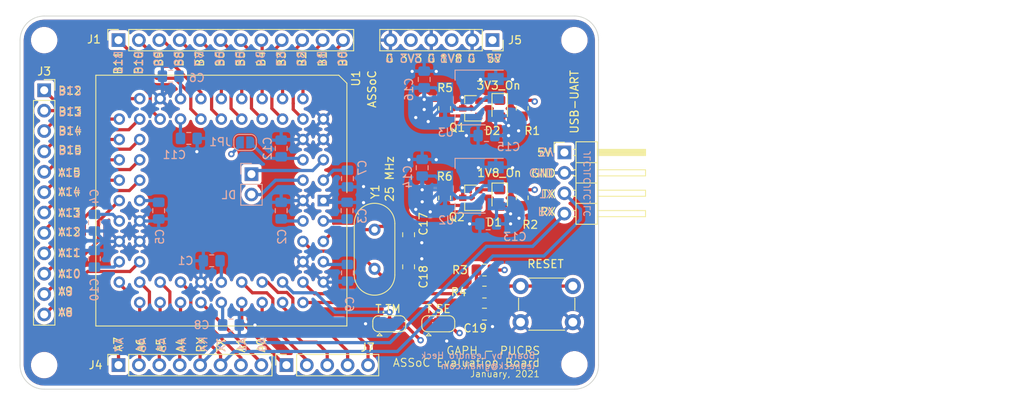
<source format=kicad_pcb>
(kicad_pcb (version 20171130) (host pcbnew 5.1.6+dfsg1-1)
  (title_block (title "ASSoC Eval Board") (date 2021-01-22) (rev 0.1) (company GAPH) (comment 1 "By Leandro Heck"))
  (layers (0 F.Cu signal) (1 Gnd power) (2 Pwr power) (31 B.Cu signal) (34 B.Paste user) (35 F.Paste user) (36 B.SilkS user) (37 F.SilkS user) (38 B.Mask user) (39 F.Mask user) (44 Edge.Cuts user))
  (net 0 "")
  (net 1 GND)
  (net 2 +3V3)
  (net 3 /ASSOC_RST)
  (net 4 /XI)
  (net 5 /XO)
  (net 6 +1V8)
  (net 7 +5V)
  (net 8 /ASSOC_TX)
  (net 9 /ASSOC_RX)
  (net 10 "Net-(D1-Pad2)")
  (net 11 "Net-(D1-Pad1)")
  (net 12 "Net-(D2-Pad2)")
  (net 13 "Net-(D2-Pad1)")
  (net 14 "Net-(Q1-Pad1)")
  (net 15 "Net-(Q2-Pad1)")
  (net 16 /1V8_ASYNC)
  (net 17 /A0)
  (net 18 /A1)
  (net 19 /A4)
  (net 20 /A5)
  (net 21 /A6)
  (net 22 /A7)
  (net 23 /B0)
  (net 24 /B1)
  (net 25 /B2)
  (net 26 /B3)
  (net 27 /B4)
  (net 28 /B5)
  (net 29 /B6)
  (net 30 /B7)
  (net 31 /B8)
  (net 32 /B9)
  (net 33 /B10)
  (net 34 /B11)
  (net 35 /A8)
  (net 36 /A9)
  (net 37 /A10)
  (net 38 /A11)
  (net 39 /A12)
  (net 40 /A13)
  (net 41 /A14)
  (net 42 /A15)
  (net 43 /B15)
  (net 44 /B14)
  (net 45 /B13)
  (net 46 /B12)
  (net 47 /DL_I)
  (net 48 /DL_O)
  (net 49 /TEST.TM)
  (net 50 /TEST.SE)
  (net 51 "Net-(R4-Pad2)")
  (net 52 /M.SS.ROM)
  (net 53 /M.MISO)
  (net 54 /M.MOSI)
  (net 55 /M.SCLK)
  (net 56 /M.SS.RAM)
  (module Capacitor_SMD:C_0805_2012Metric_Pad1.18x1.45mm_HandSolder (layer B.Cu) (at 135.25 116)
    (fp_text reference C8 (at -3.65 0 180) (layer B.SilkS) (effects (justify mirror)))
    (fp_text value 100n)
    (pad 2 smd roundrect (at 1.0375 0) (size 1.175 1.45) (layers B.Cu B.Paste B.Mask) (roundrect_rratio 0.2127659574468085) (net 1 GND))
    (pad 1 smd roundrect (at -1.0375 0) (size 1.175 1.45) (layers B.Cu B.Paste B.Mask) (roundrect_rratio 0.2127659574468085) (net 6 +1V8))
  )
  (module GAPH-Chips:PLCC-68_THT-Socket (layer F.Cu) (at 146.75 100.5 270)
    (fp_text reference U1 (at -15.233334 -4.05 270) (layer F.SilkS))
    (fp_text value ASSoC (at -13.9 -6.05 270) (layer F.SilkS))
    (fp_text user "GAPH - PUCRS" (at 18.7 -21.15) (layer F.SilkS) (effects (font (thickness 0.12))))
    (pad 60 thru_hole circle (at 12.7 2.54 270) (size 1.4224 1.4224) (drill 0.8) (layers *.Cu *.Mask) (net 50 /TEST.SE))
    (pad 58 thru_hole circle (at 12.7 5.08 270) (size 1.4224 1.4224) (drill 0.8) (layers *.Cu *.Mask) (net 52 /M.SS.ROM))
    (pad 56 thru_hole circle (at 12.7 7.62 270) (size 1.4224 1.4224) (drill 0.8) (layers *.Cu *.Mask) (net 55 /M.SCLK))
    (pad 54 thru_hole circle (at 12.7 10.16 270) (size 1.4224 1.4224) (drill 0.8) (layers *.Cu *.Mask) (net 53 /M.MISO))
    (pad 52 thru_hole circle (at 12.7 12.7 270) (size 1.4224 1.4224) (drill 0.8) (layers *.Cu *.Mask) (net 6 +1V8))
    (pad 50 thru_hole circle (at 12.7 15.24 270) (size 1.4224 1.4224) (drill 0.8) (layers *.Cu *.Mask) (net 17 /A0))
    (pad 48 thru_hole circle (at 12.7 17.78 270) (size 1.4224 1.4224) (drill 0.8) (layers *.Cu *.Mask) (net 8 /ASSOC_TX))
    (pad 46 thru_hole circle (at 12.7 20.32 270) (size 1.4224 1.4224) (drill 0.8) (layers *.Cu *.Mask) (net 19 /A4))
    (pad 61 thru_hole circle (at 10.16 0 270) (size 1.4224 1.4224) (drill 0.8) (layers *.Cu *.Mask) (net 1 GND))
    (pad 59 thru_hole circle (at 10.16 5.08 270) (size 1.4224 1.4224) (drill 0.8) (layers *.Cu *.Mask) (net 49 /TEST.TM))
    (pad 57 thru_hole circle (at 10.16 7.62 270) (size 1.4224 1.4224) (drill 0.8) (layers *.Cu *.Mask) (net 56 /M.SS.RAM))
    (pad 55 thru_hole circle (at 10.16 10.16 270) (size 1.4224 1.4224) (drill 0.8) (layers *.Cu *.Mask) (net 54 /M.MOSI))
    (pad 53 thru_hole circle (at 10.16 12.7 270) (size 1.4224 1.4224) (drill 0.8) (layers *.Cu *.Mask) (net 2 +3V3))
    (pad 51 thru_hole circle (at 10.16 15.24 270) (size 1.4224 1.4224) (drill 0.8) (layers *.Cu *.Mask) (net 1 GND))
    (pad 49 thru_hole circle (at 10.16 17.78 270) (size 1.4224 1.4224) (drill 0.8) (layers *.Cu *.Mask) (net 18 /A1))
    (pad 47 thru_hole circle (at 10.16 20.32 270) (size 1.4224 1.4224) (drill 0.8) (layers *.Cu *.Mask) (net 9 /ASSOC_RX))
    (pad 45 thru_hole circle (at 10.16 22.86 270) (size 1.4224 1.4224) (drill 0.8) (layers *.Cu *.Mask) (net 20 /A5))
    (pad 43 thru_hole circle (at 10.16 25.4 270) (size 1.4224 1.4224) (drill 0.8) (layers *.Cu *.Mask) (net 22 /A7))
    (pad 41 thru_hole circle (at 7.62 25.4 270) (size 1.4224 1.4224) (drill 0.8) (layers *.Cu *.Mask) (net 6 +1V8))
    (pad 39 thru_hole circle (at 5.08 25.4 270) (size 1.4224 1.4224) (drill 0.8) (layers *.Cu *.Mask) (net 1 GND))
    (pad 37 thru_hole circle (at 2.54 25.4 270) (size 1.4224 1.4224) (drill 0.8) (layers *.Cu *.Mask) (net 2 +3V3))
    (pad 35 thru_hole circle (at 0 25.4 270) (size 1.4224 1.4224) (drill 0.8) (layers *.Cu *.Mask) (net 36 /A9))
    (pad 33 thru_hole circle (at -2.54 25.4 270) (size 1.4224 1.4224) (drill 0.8) (layers *.Cu *.Mask) (net 38 /A11))
    (pad 31 thru_hole circle (at -5.08 25.4 270) (size 1.4224 1.4224) (drill 0.8) (layers *.Cu *.Mask) (net 40 /A13))
    (pad 29 thru_hole circle (at -7.62 25.4 270) (size 1.4224 1.4224) (drill 0.8) (layers *.Cu *.Mask) (net 42 /A15))
    (pad 27 thru_hole circle (at -10.16 25.4 270) (size 1.4224 1.4224) (drill 0.8) (layers *.Cu *.Mask) (net 45 /B13))
    (pad 44 thru_hole circle (at 12.7 22.86 270) (size 1.4224 1.4224) (drill 0.8) (layers *.Cu *.Mask) (net 21 /A6))
    (pad 42 thru_hole circle (at 7.62 22.86 270) (size 1.4224 1.4224) (drill 0.8) (layers *.Cu *.Mask) (net 35 /A8))
    (pad 40 thru_hole circle (at 5.08 22.86 270) (size 1.4224 1.4224) (drill 0.8) (layers *.Cu *.Mask) (net 1 GND))
    (pad 38 thru_hole circle (at 2.54 22.86 270) (size 1.4224 1.4224) (drill 0.8) (layers *.Cu *.Mask) (net 1 GND))
    (pad 36 thru_hole circle (at 0 22.86 270) (size 1.4224 1.4224) (drill 0.8) (layers *.Cu *.Mask) (net 2 +3V3))
    (pad 34 thru_hole circle (at -2.54 22.86 270) (size 1.4224 1.4224) (drill 0.8) (layers *.Cu *.Mask) (net 37 /A10))
    (pad 32 thru_hole circle (at -5.08 22.86 270) (size 1.4224 1.4224) (drill 0.8) (layers *.Cu *.Mask) (net 39 /A12))
    (pad 30 thru_hole circle (at -7.62 22.86 270) (size 1.4224 1.4224) (drill 0.8) (layers *.Cu *.Mask) (net 41 /A14))
    (pad 28 thru_hole circle (at -10.16 22.86 270) (size 1.4224 1.4224) (drill 0.8) (layers *.Cu *.Mask) (net 46 /B12))
    (pad 26 thru_hole circle (at -12.7 22.86 270) (size 1.4224 1.4224) (drill 0.8) (layers *.Cu *.Mask) (net 44 /B14))
    (pad 24 thru_hole circle (at -12.7 20.32 270) (size 1.4224 1.4224) (drill 0.8) (layers *.Cu *.Mask) (net 1 GND))
    (pad 22 thru_hole circle (at -12.7 17.78 270) (size 1.4224 1.4224) (drill 0.8) (layers *.Cu *.Mask) (net 2 +3V3))
    (pad 20 thru_hole circle (at -12.7 15.24 270) (size 1.4224 1.4224) (drill 0.8) (layers *.Cu *.Mask) (net 33 /B10))
    (pad 18 thru_hole circle (at -12.7 12.7 270) (size 1.4224 1.4224) (drill 0.8) (layers *.Cu *.Mask) (net 31 /B8))
    (pad 16 thru_hole circle (at -12.7 10.16 270) (size 1.4224 1.4224) (drill 0.8) (layers *.Cu *.Mask) (net 29 /B6))
    (pad 14 thru_hole circle (at -12.7 7.62 270) (size 1.4224 1.4224) (drill 0.8) (layers *.Cu *.Mask) (net 27 /B4))
    (pad 12 thru_hole circle (at -12.7 5.08 270) (size 1.4224 1.4224) (drill 0.8) (layers *.Cu *.Mask) (net 25 /B2))
    (pad 10 thru_hole circle (at -12.7 2.54 270) (size 1.4224 1.4224) (drill 0.8) (layers *.Cu *.Mask) (net 23 /B0))
    (pad 25 thru_hole circle (at -10.16 20.32 270) (size 1.4224 1.4224) (drill 0.8) (layers *.Cu *.Mask) (net 43 /B15))
    (pad 23 thru_hole circle (at -10.16 17.78 270) (size 1.4224 1.4224) (drill 0.8) (layers *.Cu *.Mask) (net 6 +1V8))
    (pad 21 thru_hole circle (at -10.16 15.24 270) (size 1.4224 1.4224) (drill 0.8) (layers *.Cu *.Mask) (net 34 /B11))
    (pad 19 thru_hole circle (at -10.16 12.7 270) (size 1.4224 1.4224) (drill 0.8) (layers *.Cu *.Mask) (net 32 /B9))
    (pad 17 thru_hole circle (at -10.16 10.16 270) (size 1.4224 1.4224) (drill 0.8) (layers *.Cu *.Mask) (net 30 /B7))
    (pad 15 thru_hole circle (at -10.16 7.62 270) (size 1.4224 1.4224) (drill 0.8) (layers *.Cu *.Mask) (net 28 /B5))
    (pad 13 thru_hole circle (at -10.16 5.08 270) (size 1.4224 1.4224) (drill 0.8) (layers *.Cu *.Mask) (net 26 /B3))
    (pad 11 thru_hole circle (at -10.16 2.54 270) (size 1.4224 1.4224) (drill 0.8) (layers *.Cu *.Mask) (net 24 /B1))
    (pad 63 thru_hole circle (at 7.62 0 270) (size 1.4224 1.4224) (drill 0.8) (layers *.Cu *.Mask) (net 6 +1V8))
    (pad 65 thru_hole circle (at 5.08 0 270) (size 1.4224 1.4224) (drill 0.8) (layers *.Cu *.Mask) (net 4 /XI))
    (pad 67 thru_hole circle (at 2.54 0 270) (size 1.4224 1.4224) (drill 0.8) (layers *.Cu *.Mask) (net 2 +3V3))
    (pad 9 thru_hole circle (at -10.16 0 270) (size 1.4224 1.4224) (drill 0.8) (layers *.Cu *.Mask) (net 1 GND))
    (pad 7 thru_hole circle (at -7.62 0 270) (size 1.4224 1.4224) (drill 0.8) (layers *.Cu *.Mask) (net 1 GND))
    (pad 5 thru_hole circle (at -5.08 0 270) (size 1.4224 1.4224) (drill 0.8) (layers *.Cu *.Mask) (net 48 /DL_O))
    (pad 3 thru_hole circle (at -2.54 0 270) (size 1.4224 1.4224) (drill 0.8) (layers *.Cu *.Mask) (net 2 +3V3))
    (pad 1 thru_hole rect (at 0 0 270) (size 1.4224 1.4224) (drill 0.8) (layers *.Cu *.Mask) (net 1 GND))
    (pad 62 thru_hole circle (at 10.16 2.54 270) (size 1.4224 1.4224) (drill 0.8) (layers *.Cu *.Mask) (net 3 /ASSOC_RST))
    (pad 64 thru_hole circle (at 7.62 2.54 270) (size 1.4224 1.4224) (drill 0.8) (layers *.Cu *.Mask) (net 1 GND))
    (pad 66 thru_hole circle (at 5.08 2.54 270) (size 1.4224 1.4224) (drill 0.8) (layers *.Cu *.Mask) (net 5 /XO))
    (pad 68 thru_hole circle (at 2.54 2.54 270) (size 1.4224 1.4224) (drill 0.8) (layers *.Cu *.Mask) (net 2 +3V3))
    (pad 8 thru_hole circle (at -7.62 2.54 270) (size 1.4224 1.4224) (drill 0.8) (layers *.Cu *.Mask) (net 1 GND))
    (pad 6 thru_hole circle (at -5.08 2.54 270) (size 1.4224 1.4224) (drill 0.8) (layers *.Cu *.Mask) (net 16 /1V8_ASYNC))
    (pad 4 thru_hole circle (at -2.54 2.54 270) (size 1.4224 1.4224) (drill 0.8) (layers *.Cu *.Mask) (net 47 /DL_I))
    (pad 2 thru_hole circle (at 0 2.54 270) (size 1.4224 1.4224) (drill 0.8) (layers *.Cu *.Mask) (net 1 GND))
  )
  (module Connector_PinSocket_2.54mm:PinSocket_1x05_P2.54mm_Vertical (layer F.Cu) (at 142.15 121 90)
    (fp_text reference J7 (at 2.2 10.1 180) (layer F.SilkS))
    (fp_text value H4)
    (pad 1 thru_hole rect (at 0 0 90) (size 1.7 1.7) (drill 1) (layers *.Cu *.Mask) (net 53 /M.MISO))
    (pad 2 thru_hole oval (at 0 2.54 90) (size 1.7 1.7) (drill 1) (layers *.Cu *.Mask) (net 55 /M.SCLK))
    (pad 3 thru_hole oval (at 0 5.08 90) (size 1.7 1.7) (drill 1) (layers *.Cu *.Mask) (net 54 /M.MOSI))
    (pad 4 thru_hole oval (at 0 7.62 90) (size 1.7 1.7) (drill 1) (layers *.Cu *.Mask) (net 52 /M.SS.ROM))
    (pad 5 thru_hole oval (at 0 10.16 90) (size 1.7 1.7) (drill 1) (layers *.Cu *.Mask) (net 56 /M.SS.RAM))
  )
  (module Connector_PinSocket_2.54mm:PinSocket_1x06_P2.54mm_Vertical (layer F.Cu) (at 167.8 80.5 270)
    (fp_text reference J5 (at 0 -2.8 180) (layer F.SilkS))
    (fp_text value PWR)
    (pad 6 thru_hole oval (at 0 12.7 270) (size 1.7 1.7) (drill 1) (layers *.Cu *.Mask) (net 1 GND))
    (pad 5 thru_hole oval (at 0 10.16 270) (size 1.7 1.7) (drill 1) (layers *.Cu *.Mask) (net 2 +3V3))
    (pad 4 thru_hole oval (at 0 7.62 270) (size 1.7 1.7) (drill 1) (layers *.Cu *.Mask) (net 1 GND))
    (pad 3 thru_hole oval (at 0 5.08 270) (size 1.7 1.7) (drill 1) (layers *.Cu *.Mask) (net 6 +1V8))
    (pad 2 thru_hole oval (at 0 2.54 270) (size 1.7 1.7) (drill 1) (layers *.Cu *.Mask) (net 1 GND))
    (pad 1 thru_hole rect (at 0 0 270) (size 1.7 1.7) (drill 1) (layers *.Cu *.Mask) (net 7 +5V))
  )
  (module Connector_PinSocket_2.54mm:PinSocket_1x02_P2.54mm_Vertical (layer B.Cu) (at 137.8 97.2 180)
    (fp_text reference J6 hide)
    (fp_text value DL (at 2.8 -2.6) (layer B.SilkS) (effects (justify mirror)))
    (pad 2 thru_hole oval (at 0 -2.54 180) (size 1.7 1.7) (drill 1) (layers *.Cu *.Mask) (net 47 /DL_I))
    (pad 1 thru_hole rect (at 0 0 180) (size 1.7 1.7) (drill 1) (layers *.Cu *.Mask) (net 48 /DL_O))
  )
  (module Jumper:SolderJumper-2_P1.3mm_Open_RoundedPad1.0x1.5mm (layer B.Cu) (at 137 93.25 180)
    (fp_text reference JP1 (at 3.1 0.05) (layer B.SilkS) (effects (justify mirror)))
    (fp_text value SolderJumper_2_Bridged)
    (pad 2 smd custom (at 0.65 0 180) (size 1 0.5) (layers B.Cu B.Mask) (net 6 +1V8) (options (clearance outline) (anchor rect)) (primitives (gr_circle (center 0 -0.25) (end 0.5 -0.25) (width 0)) (gr_circle (center 0 0.25) (end 0.5 0.25) (width 0)) (gr_poly (pts (xy 0 0.75) (xy -0.5 0.75) (xy -0.5 -0.75) (xy 0 -0.75)) (width 0))))
    (pad 1 smd custom (at -0.65 0 180) (size 1 0.5) (layers B.Cu B.Mask) (net 16 /1V8_ASYNC) (options (clearance outline) (anchor rect)) (primitives (gr_circle (center 0 -0.25) (end 0.5 -0.25) (width 0)) (gr_circle (center 0 0.25) (end 0.5 0.25) (width 0)) (gr_poly (pts (xy 0 0.75) (xy 0.5 0.75) (xy 0.5 -0.75) (xy 0 -0.75)) (width 0))))
  )
  (module Package_TO_SOT_SMD:SOT-223 (layer B.Cu) (at 165.05 98.65 180)
    (fp_text reference U2 (at 3 -4.3 180) (layer B.SilkS) (effects (justify mirror)))
    (fp_text value LM1117-1.8)
    (pad 1 smd rect (at -3.15 2.3 180) (size 2 1.5) (layers B.Cu B.Paste B.Mask) (net 1 GND))
    (pad 3 smd rect (at -3.15 -2.3 180) (size 2 1.5) (layers B.Cu B.Paste B.Mask) (net 7 +5V))
    (pad 2 smd rect (at -3.15 0 180) (size 2 1.5) (layers B.Cu B.Paste B.Mask) (net 6 +1V8))
    (pad 2 smd rect (at 3.15 0 180) (size 2 3.8) (layers B.Cu B.Paste B.Mask) (net 6 +1V8))
  )
  (module Package_TO_SOT_SMD:SOT-223 (layer B.Cu) (at 165.05 87.65 180)
    (fp_text reference U3 (at 3.05 -4.35 180) (layer B.SilkS) (effects (justify mirror)))
    (fp_text value LM1117-3.3)
    (pad 1 smd rect (at -3.15 2.3 180) (size 2 1.5) (layers B.Cu B.Paste B.Mask) (net 1 GND))
    (pad 3 smd rect (at -3.15 -2.3 180) (size 2 1.5) (layers B.Cu B.Paste B.Mask) (net 7 +5V))
    (pad 2 smd rect (at -3.15 0 180) (size 2 1.5) (layers B.Cu B.Paste B.Mask) (net 2 +3V3))
    (pad 2 smd rect (at 3.15 0 180) (size 2 3.8) (layers B.Cu B.Paste B.Mask) (net 2 +3V3))
  )
  (module Connector_PinSocket_2.54mm:PinSocket_1x12_P2.54mm_Vertical (layer F.Cu) (at 112 86.75)
    (fp_text reference J3 (at 0 -2.35) (layer F.SilkS))
    (fp_text value H2)
    (pad 12 thru_hole oval (at 0 27.94) (size 1.7 1.7) (drill 1) (layers *.Cu *.Mask) (net 35 /A8))
    (pad 11 thru_hole oval (at 0 25.4) (size 1.7 1.7) (drill 1) (layers *.Cu *.Mask) (net 36 /A9))
    (pad 10 thru_hole oval (at 0 22.86) (size 1.7 1.7) (drill 1) (layers *.Cu *.Mask) (net 37 /A10))
    (pad 9 thru_hole oval (at 0 20.32) (size 1.7 1.7) (drill 1) (layers *.Cu *.Mask) (net 38 /A11))
    (pad 8 thru_hole oval (at 0 17.78) (size 1.7 1.7) (drill 1) (layers *.Cu *.Mask) (net 39 /A12))
    (pad 7 thru_hole oval (at 0 15.24) (size 1.7 1.7) (drill 1) (layers *.Cu *.Mask) (net 40 /A13))
    (pad 6 thru_hole oval (at 0 12.7) (size 1.7 1.7) (drill 1) (layers *.Cu *.Mask) (net 41 /A14))
    (pad 5 thru_hole oval (at 0 10.16) (size 1.7 1.7) (drill 1) (layers *.Cu *.Mask) (net 42 /A15))
    (pad 4 thru_hole oval (at 0 7.62) (size 1.7 1.7) (drill 1) (layers *.Cu *.Mask) (net 46 /B12))
    (pad 3 thru_hole oval (at 0 5.08) (size 1.7 1.7) (drill 1) (layers *.Cu *.Mask) (net 45 /B13))
    (pad 2 thru_hole oval (at 0 2.54) (size 1.7 1.7) (drill 1) (layers *.Cu *.Mask) (net 44 /B14))
    (pad 1 thru_hole rect (at 0 0) (size 1.7 1.7) (drill 1) (layers *.Cu *.Mask) (net 43 /B15))
  )
  (module Connector_PinSocket_2.54mm:PinSocket_1x12_P2.54mm_Vertical (layer F.Cu) (at 121.25 80.5 90)
    (fp_text reference J1 (at 0.1 -3.05 180) (layer F.SilkS))
    (fp_text value H3)
    (pad 12 thru_hole oval (at 0 27.94 90) (size 1.7 1.7) (drill 1) (layers *.Cu *.Mask) (net 23 /B0))
    (pad 11 thru_hole oval (at 0 25.4 90) (size 1.7 1.7) (drill 1) (layers *.Cu *.Mask) (net 24 /B1))
    (pad 10 thru_hole oval (at 0 22.86 90) (size 1.7 1.7) (drill 1) (layers *.Cu *.Mask) (net 25 /B2))
    (pad 9 thru_hole oval (at 0 20.32 90) (size 1.7 1.7) (drill 1) (layers *.Cu *.Mask) (net 26 /B3))
    (pad 8 thru_hole oval (at 0 17.78 90) (size 1.7 1.7) (drill 1) (layers *.Cu *.Mask) (net 27 /B4))
    (pad 7 thru_hole oval (at 0 15.24 90) (size 1.7 1.7) (drill 1) (layers *.Cu *.Mask) (net 28 /B5))
    (pad 6 thru_hole oval (at 0 12.7 90) (size 1.7 1.7) (drill 1) (layers *.Cu *.Mask) (net 29 /B6))
    (pad 5 thru_hole oval (at 0 10.16 90) (size 1.7 1.7) (drill 1) (layers *.Cu *.Mask) (net 30 /B7))
    (pad 4 thru_hole oval (at 0 7.62 90) (size 1.7 1.7) (drill 1) (layers *.Cu *.Mask) (net 31 /B8))
    (pad 3 thru_hole oval (at 0 5.08 90) (size 1.7 1.7) (drill 1) (layers *.Cu *.Mask) (net 32 /B9))
    (pad 2 thru_hole oval (at 0 2.54 90) (size 1.7 1.7) (drill 1) (layers *.Cu *.Mask) (net 33 /B10))
    (pad 1 thru_hole rect (at 0 0 90) (size 1.7 1.7) (drill 1) (layers *.Cu *.Mask) (net 34 /B11))
  )
  (module Connector_PinSocket_2.54mm:PinSocket_1x08_P2.54mm_Vertical (layer F.Cu) (at 121.25 121 90)
    (fp_text reference J4 (at 0 -2.85 180) (layer F.SilkS))
    (fp_text value H1)
    (pad 8 thru_hole oval (at 0 17.78 90) (size 1.7 1.7) (drill 1) (layers *.Cu *.Mask) (net 17 /A0))
    (pad 7 thru_hole oval (at 0 15.24 90) (size 1.7 1.7) (drill 1) (layers *.Cu *.Mask) (net 18 /A1))
    (pad 6 thru_hole oval (at 0 12.7 90) (size 1.7 1.7) (drill 1) (layers *.Cu *.Mask) (net 8 /ASSOC_TX))
    (pad 5 thru_hole oval (at 0 10.16 90) (size 1.7 1.7) (drill 1) (layers *.Cu *.Mask) (net 9 /ASSOC_RX))
    (pad 4 thru_hole oval (at 0 7.62 90) (size 1.7 1.7) (drill 1) (layers *.Cu *.Mask) (net 19 /A4))
    (pad 3 thru_hole oval (at 0 5.08 90) (size 1.7 1.7) (drill 1) (layers *.Cu *.Mask) (net 20 /A5))
    (pad 2 thru_hole oval (at 0 2.54 90) (size 1.7 1.7) (drill 1) (layers *.Cu *.Mask) (net 21 /A6))
    (pad 1 thru_hole rect (at 0 0 90) (size 1.7 1.7) (drill 1) (layers *.Cu *.Mask) (net 22 /A7))
  )
  (module Jumper:SolderJumper-3_P1.3mm_Bridged2Bar12_RoundedPad1.0x1.5mm (layer F.Cu) (at 161.05 115.85)
    (fp_text reference JP2 hide)
    (fp_text value T.SE (at 0 -1.85 180) (layer F.SilkS))
    (fp_poly (pts (xy -0.9 -0.6) (xy -0.4 -0.6) (xy -0.4 -0.2) (xy -0.9 -0.2)) (layer F.Cu) (width 0))
    (fp_poly (pts (xy -0.9 0.2) (xy -0.4 0.2) (xy -0.4 0.6) (xy -0.9 0.6)) (layer F.Cu) (width 0))
    (pad 1 smd custom (at -1.3 0) (size 1 0.5) (layers F.Cu F.Mask) (net 1 GND) (options (clearance outline) (anchor rect)) (primitives (gr_circle (center 0 0.25) (end 0.5 0.25) (width 0)) (gr_circle (center 0 -0.25) (end 0.5 -0.25) (width 0)) (gr_poly (pts (xy 0.55 -0.75) (xy 0 -0.75) (xy 0 0.75) (xy 0.55 0.75)) (width 0))))
    (pad 2 smd rect (at 0 0) (size 1 1.5) (layers F.Cu F.Mask) (net 50 /TEST.SE))
    (pad 3 smd custom (at 1.3 0) (size 1 0.5) (layers F.Cu F.Mask) (net 2 +3V3) (options (clearance outline) (anchor rect)) (primitives (gr_circle (center 0 0.25) (end 0.5 0.25) (width 0)) (gr_circle (center 0 -0.25) (end 0.5 -0.25) (width 0)) (gr_poly (pts (xy -0.55 -0.75) (xy 0 -0.75) (xy 0 0.75) (xy -0.55 0.75)) (width 0))))
  )
  (module Jumper:SolderJumper-3_P1.3mm_Bridged2Bar12_RoundedPad1.0x1.5mm (layer F.Cu) (at 154.95 115.85)
    (fp_text reference JP3 hide)
    (fp_text value T.TM (at -0.15 -1.85) (layer F.SilkS))
    (fp_poly (pts (xy -0.9 -0.6) (xy -0.4 -0.6) (xy -0.4 -0.2) (xy -0.9 -0.2)) (layer F.Cu) (width 0))
    (fp_poly (pts (xy -0.9 0.2) (xy -0.4 0.2) (xy -0.4 0.6) (xy -0.9 0.6)) (layer F.Cu) (width 0))
    (pad 1 smd custom (at -1.3 0) (size 1 0.5) (layers F.Cu F.Mask) (net 1 GND) (options (clearance outline) (anchor rect)) (primitives (gr_circle (center 0 0.25) (end 0.5 0.25) (width 0)) (gr_circle (center 0 -0.25) (end 0.5 -0.25) (width 0)) (gr_poly (pts (xy 0.55 -0.75) (xy 0 -0.75) (xy 0 0.75) (xy 0.55 0.75)) (width 0))))
    (pad 2 smd rect (at 0 0) (size 1 1.5) (layers F.Cu F.Mask) (net 49 /TEST.TM))
    (pad 3 smd custom (at 1.3 0) (size 1 0.5) (layers F.Cu F.Mask) (net 2 +3V3) (options (clearance outline) (anchor rect)) (primitives (gr_circle (center 0 0.25) (end 0.5 0.25) (width 0)) (gr_circle (center 0 -0.25) (end 0.5 -0.25) (width 0)) (gr_poly (pts (xy -0.55 -0.75) (xy 0 -0.75) (xy 0 0.75) (xy -0.55 0.75)) (width 0))))
  )
  (module GAPH-Extra:MountingHole_2.5mm (layer F.Cu) (at 112 121 270)
    (fp_text reference H4 hide)
    (fp_text value MountingHole hide)
    (pad 1 np_thru_hole circle (at 0 0 270) (size 2.5 2.5) (drill 2.5) (layers *.Cu *.Mask))
  )
  (module GAPH-Extra:MountingHole_2.5mm (layer F.Cu) (at 178 120.903121 270)
    (fp_text reference H3 hide)
    (fp_text value MountingHole hide)
    (pad 1 np_thru_hole circle (at 0 0 270) (size 2.5 2.5) (drill 2.5) (layers *.Cu *.Mask))
  )
  (module GAPH-Extra:MountingHole_2.5mm (layer F.Cu) (at 112 80.5 270)
    (fp_text reference H2 hide)
    (fp_text value MountingHole hide)
    (pad 1 np_thru_hole circle (at 0 0 270) (size 2.5 2.5) (drill 2.5) (layers *.Cu *.Mask))
  )
  (module GAPH-Extra:MountingHole_2.5mm (layer F.Cu) (at 178 80.5 270)
    (fp_text reference H1 hide)
    (fp_text value MountingHole hide)
    (pad 1 np_thru_hole circle (at 0 0 270) (size 2.5 2.5) (drill 2.5) (layers *.Cu *.Mask))
  )
  (module Resistor_SMD:R_0805_2012Metric_Pad1.20x1.40mm_HandSolder (layer F.Cu) (at 171.5 100.15 270)
    (fp_text reference R2 (at 3.35 -1 180) (layer F.SilkS))
    (fp_text value 330)
    (pad 1 smd roundrect (at -1 0 270) (size 1.2 1.4) (layers F.Cu F.Paste F.Mask) (roundrect_rratio 0.208333) (net 7 +5V))
    (pad 2 smd roundrect (at 1 0 270) (size 1.2 1.4) (layers F.Cu F.Paste F.Mask) (roundrect_rratio 0.208333) (net 10 "Net-(D1-Pad2)"))
  )
  (module Resistor_SMD:R_0805_2012Metric_Pad1.20x1.40mm_HandSolder (layer F.Cu) (at 161.85 100.15 90)
    (fp_text reference R6 (at 2.65 0) (layer F.SilkS))
    (fp_text value 1k)
    (pad 1 smd roundrect (at -1 0 90) (size 1.2 1.4) (layers F.Cu F.Paste F.Mask) (roundrect_rratio 0.208333) (net 15 "Net-(Q2-Pad1)"))
    (pad 2 smd roundrect (at 1 0 90) (size 1.2 1.4) (layers F.Cu F.Paste F.Mask) (roundrect_rratio 0.208333) (net 6 +1V8))
  )
  (module Resistor_SMD:R_0805_2012Metric_Pad1.20x1.40mm_HandSolder (layer F.Cu) (at 171.5 89 270)
    (fp_text reference R1 (at 2.8 -1.25 180) (layer F.SilkS))
    (fp_text value 330)
    (pad 2 smd roundrect (at 1 0 270) (size 1.2 1.4) (layers F.Cu F.Paste F.Mask) (roundrect_rratio 0.208333) (net 12 "Net-(D2-Pad2)"))
    (pad 1 smd roundrect (at -1 0 270) (size 1.2 1.4) (layers F.Cu F.Paste F.Mask) (roundrect_rratio 0.208333) (net 7 +5V))
  )
  (module Resistor_SMD:R_0805_2012Metric_Pad1.20x1.40mm_HandSolder (layer F.Cu) (at 161.85 89 90)
    (fp_text reference R5 (at 2.55 0.05) (layer F.SilkS))
    (fp_text value 1k)
    (pad 2 smd roundrect (at 1 0 90) (size 1.2 1.4) (layers F.Cu F.Paste F.Mask) (roundrect_rratio 0.208333) (net 2 +3V3))
    (pad 1 smd roundrect (at -1 0 90) (size 1.2 1.4) (layers F.Cu F.Paste F.Mask) (roundrect_rratio 0.208333) (net 14 "Net-(Q1-Pad1)"))
  )
  (module Package_TO_SOT_SMD:SOT-23 (layer F.Cu) (at 165.1 100.15 180)
    (fp_text reference Q2 (at 1.75 -2.4) (layer F.SilkS))
    (fp_text value Q_NPN_BCE)
    (pad 1 smd rect (at -1 -0.95 180) (size 0.9 0.8) (layers F.Cu F.Paste F.Mask) (net 15 "Net-(Q2-Pad1)"))
    (pad 2 smd rect (at -1 0.95 180) (size 0.9 0.8) (layers F.Cu F.Paste F.Mask) (net 11 "Net-(D1-Pad1)"))
    (pad 3 smd rect (at 1 0 180) (size 0.9 0.8) (layers F.Cu F.Paste F.Mask) (net 1 GND))
  )
  (module Package_TO_SOT_SMD:SOT-23 (layer F.Cu) (at 165.1 89 180)
    (fp_text reference Q1 (at 1.7 -2.4) (layer F.SilkS))
    (fp_text value Q_NPN_BCE)
    (pad 3 smd rect (at 1 0 180) (size 0.9 0.8) (layers F.Cu F.Paste F.Mask) (net 1 GND))
    (pad 2 smd rect (at -1 0.95 180) (size 0.9 0.8) (layers F.Cu F.Paste F.Mask) (net 13 "Net-(D2-Pad1)"))
    (pad 1 smd rect (at -1 -0.95 180) (size 0.9 0.8) (layers F.Cu F.Paste F.Mask) (net 14 "Net-(Q1-Pad1)"))
  )
  (module Connector_PinHeader_2.54mm:PinHeader_1x04_P2.54mm_Horizontal (layer F.Cu) (at 176.75 94.5)
    (fp_text reference J2 hide)
    (fp_text value USB-UART (at 1.25 -6.3 90) (layer F.SilkS))
    (pad 4 thru_hole oval (at 0 7.62) (size 1.7 1.7) (drill 1) (layers *.Cu *.Mask) (net 9 /ASSOC_RX))
    (pad 3 thru_hole oval (at 0 5.08) (size 1.7 1.7) (drill 1) (layers *.Cu *.Mask) (net 8 /ASSOC_TX))
    (pad 2 thru_hole oval (at 0 2.54) (size 1.7 1.7) (drill 1) (layers *.Cu *.Mask) (net 1 GND))
    (pad 1 thru_hole rect (at 0 0) (size 1.7 1.7) (drill 1) (layers *.Cu *.Mask) (net 7 +5V))
  )
  (module LED_SMD:LED_0805_2012Metric_Pad1.15x1.40mm_HandSolder (layer F.Cu) (at 168.7 100.1725 270)
    (fp_text reference D1 (at 3.0275 0.7 180) (layer F.SilkS))
    (fp_text value 1V8_On (at -3.1225 0.05 180) (layer F.SilkS))
    (pad 1 smd roundrect (at -1.025 0 270) (size 1.15 1.4) (layers F.Cu F.Paste F.Mask) (roundrect_rratio 0.217391) (net 11 "Net-(D1-Pad1)"))
    (pad 2 smd roundrect (at 1.025 0 270) (size 1.15 1.4) (layers F.Cu F.Paste F.Mask) (roundrect_rratio 0.217391) (net 10 "Net-(D1-Pad2)"))
  )
  (module LED_SMD:LED_0805_2012Metric_Pad1.15x1.40mm_HandSolder (layer F.Cu) (at 168.7 89.0225 270)
    (fp_text reference D2 (at 2.7775 0.9 180) (layer F.SilkS))
    (fp_text value 3V3_On (at -2.8725 0.15) (layer F.SilkS))
    (pad 2 smd roundrect (at 1.025 0 270) (size 1.15 1.4) (layers F.Cu F.Paste F.Mask) (roundrect_rratio 0.217391) (net 12 "Net-(D2-Pad2)"))
    (pad 1 smd roundrect (at -1.025 0 270) (size 1.15 1.4) (layers F.Cu F.Paste F.Mask) (roundrect_rratio 0.217391) (net 13 "Net-(D2-Pad1)"))
  )
  (module Resistor_SMD:R_0805_2012Metric_Pad1.20x1.40mm_HandSolder (layer F.Cu) (at 166.8 111.9)
    (fp_text reference R4 (at -3.2 0) (layer F.SilkS))
    (fp_text value 1K)
    (pad 2 smd roundrect (at 1 0) (size 1.2 1.4) (layers F.Cu F.Paste F.Mask) (roundrect_rratio 0.2083325) (net 51 "Net-(R4-Pad2)"))
    (pad 1 smd roundrect (at -1 0) (size 1.2 1.4) (layers F.Cu F.Paste F.Mask) (roundrect_rratio 0.2083325) (net 3 /ASSOC_RST))
  )
  (module Capacitor_SMD:C_0805_2012Metric_Pad1.18x1.45mm_HandSolder (layer B.Cu) (at 159.05 96.4 90)
    (fp_text reference C14 (at -1.15 -1.8 90) (layer B.SilkS) (effects (justify mirror)))
    (fp_text value 10u)
    (pad 2 smd roundrect (at 1.0375 0 90) (size 1.175 1.45) (layers B.Cu B.Paste B.Mask) (roundrect_rratio 0.2127659574468085) (net 1 GND))
    (pad 1 smd roundrect (at -1.0375 0 90) (size 1.175 1.45) (layers B.Cu B.Paste B.Mask) (roundrect_rratio 0.2127659574468085) (net 6 +1V8))
  )
  (module Capacitor_SMD:C_0805_2012Metric_Pad1.18x1.45mm_HandSolder (layer B.Cu) (at 159.3 85.4 90)
    (fp_text reference C16 (at -1.25 -1.9 270) (layer B.SilkS) (effects (justify mirror)))
    (fp_text value 10u)
    (pad 2 smd roundrect (at 1.0375 0 90) (size 1.175 1.45) (layers B.Cu B.Paste B.Mask) (roundrect_rratio 0.2127659574468085) (net 1 GND))
    (pad 1 smd roundrect (at -1.0375 0 90) (size 1.175 1.45) (layers B.Cu B.Paste B.Mask) (roundrect_rratio 0.2127659574468085) (net 2 +3V3))
  )
  (module Resistor_SMD:R_0805_2012Metric_Pad1.20x1.40mm_HandSolder (layer F.Cu) (at 166.8 109.15 180)
    (fp_text reference R3 (at 3.05 0) (layer F.SilkS))
    (fp_text value 10K)
    (pad 2 smd roundrect (at 1 0 180) (size 1.2 1.4) (layers F.Cu F.Paste F.Mask) (roundrect_rratio 0.2083325) (net 3 /ASSOC_RST))
    (pad 1 smd roundrect (at -1 0 180) (size 1.2 1.4) (layers F.Cu F.Paste F.Mask) (roundrect_rratio 0.2083325) (net 2 +3V3))
  )
  (module Capacitor_SMD:C_0805_2012Metric_Pad1.18x1.45mm_HandSolder (layer B.Cu) (at 141.5 94 90)
    (fp_text reference C12 (at 0 -1.7 90) (layer B.SilkS) (effects (justify mirror)))
    (fp_text value 100n)
    (pad 2 smd roundrect (at 1.0375 0 90) (size 1.175 1.45) (layers B.Cu B.Paste B.Mask) (roundrect_rratio 0.2127659574468085) (net 1 GND))
    (pad 1 smd roundrect (at -1.0375 0 90) (size 1.175 1.45) (layers B.Cu B.Paste B.Mask) (roundrect_rratio 0.2127659574468085) (net 16 /1V8_ASYNC))
  )
  (module Capacitor_SMD:C_0805_2012Metric_Pad1.18x1.45mm_HandSolder (layer F.Cu) (at 157.36 108.75 270)
    (fp_text reference C18 (at 1.25 -1.84 90) (layer F.SilkS))
    (fp_text value 18p)
    (pad 2 smd roundrect (at 1.0375 0 270) (size 1.175 1.45) (layers F.Cu F.Paste F.Mask) (roundrect_rratio 0.2127659574468085) (net 5 /XO))
    (pad 1 smd roundrect (at -1.0375 0 270) (size 1.175 1.45) (layers F.Cu F.Paste F.Mask) (roundrect_rratio 0.2127659574468085) (net 1 GND))
  )
  (module Capacitor_SMD:C_0805_2012Metric_Pad1.18x1.45mm_HandSolder (layer B.Cu) (at 130 92.75)
    (fp_text reference C11 (at -1.8 2.05 180) (layer B.SilkS) (effects (justify mirror)))
    (fp_text value 100n)
    (pad 2 smd roundrect (at 1.0375 0) (size 1.175 1.45) (layers B.Cu B.Paste B.Mask) (roundrect_rratio 0.2127659574468085) (net 1 GND))
    (pad 1 smd roundrect (at -1.0375 0) (size 1.175 1.45) (layers B.Cu B.Paste B.Mask) (roundrect_rratio 0.2127659574468085) (net 6 +1V8))
  )
  (module Capacitor_SMD:C_0805_2012Metric_Pad1.18x1.45mm_HandSolder (layer F.Cu) (at 157.36 104.75 90)
    (fp_text reference C17 (at 1.35 1.84 90) (layer F.SilkS))
    (fp_text value 18p)
    (pad 2 smd roundrect (at 1.0375 0 90) (size 1.175 1.45) (layers F.Cu F.Paste F.Mask) (roundrect_rratio 0.2127659574468085) (net 4 /XI))
    (pad 1 smd roundrect (at -1.0375 0 90) (size 1.175 1.45) (layers F.Cu F.Paste F.Mask) (roundrect_rratio 0.2127659574468085) (net 1 GND))
  )
  (module Capacitor_SMD:C_0805_2012Metric_Pad1.18x1.45mm_HandSolder (layer B.Cu) (at 118.25 107.75 90)
    (fp_text reference C10 (at -3.85 0 90) (layer B.SilkS) (effects (justify mirror)))
    (fp_text value 100n)
    (pad 2 smd roundrect (at 1.0375 0 90) (size 1.175 1.45) (layers B.Cu B.Paste B.Mask) (roundrect_rratio 0.2127659574468085) (net 1 GND))
    (pad 1 smd roundrect (at -1.0375 0 90) (size 1.175 1.45) (layers B.Cu B.Paste B.Mask) (roundrect_rratio 0.2127659574468085) (net 6 +1V8))
  )
  (module Capacitor_SMD:C_0805_2012Metric_Pad1.18x1.45mm_HandSolder (layer B.Cu) (at 149.75 109.5 270)
    (fp_text reference C9 (at 3.9 -0.3 270) (layer B.SilkS) (effects (justify mirror)))
    (fp_text value 100n)
    (pad 2 smd roundrect (at 1.0375 0 270) (size 1.175 1.45) (layers B.Cu B.Paste B.Mask) (roundrect_rratio 0.2127659574468085) (net 1 GND))
    (pad 1 smd roundrect (at -1.0375 0 270) (size 1.175 1.45) (layers B.Cu B.Paste B.Mask) (roundrect_rratio 0.2127659574468085) (net 6 +1V8))
  )
  (module Capacitor_SMD:C_0805_2012Metric_Pad1.18x1.45mm_HandSolder (layer B.Cu) (at 167.2625 103.4 180)
    (fp_text reference C13 (at -3.3375 -1.6) (layer B.SilkS) (effects (justify mirror)))
    (fp_text value 10u)
    (pad 2 smd roundrect (at 1.0375 0 180) (size 1.175 1.45) (layers B.Cu B.Paste B.Mask) (roundrect_rratio 0.2127659574468085) (net 1 GND))
    (pad 1 smd roundrect (at -1.0375 0 180) (size 1.175 1.45) (layers B.Cu B.Paste B.Mask) (roundrect_rratio 0.2127659574468085) (net 7 +5V))
  )
  (module Capacitor_SMD:C_0805_2012Metric_Pad1.18x1.45mm_HandSolder (layer F.Cu) (at 166.8 114.65 180)
    (fp_text reference C19 (at 1.15 -1.75 180) (layer F.SilkS))
    (fp_text value 100n)
    (pad 2 smd roundrect (at 1.0375 0 180) (size 1.175 1.45) (layers F.Cu F.Paste F.Mask) (roundrect_rratio 0.2127659574468085) (net 3 /ASSOC_RST))
    (pad 1 smd roundrect (at -1.0375 0 180) (size 1.175 1.45) (layers F.Cu F.Paste F.Mask) (roundrect_rratio 0.2127659574468085) (net 1 GND))
  )
  (module Capacitor_SMD:C_0805_2012Metric_Pad1.18x1.45mm_HandSolder (layer B.Cu) (at 149.75 97.75 270)
    (fp_text reference C7 (at -1.35 -1.85 90) (layer B.SilkS) (effects (justify mirror)))
    (fp_text value 100n)
    (pad 2 smd roundrect (at 1.0375 0 270) (size 1.175 1.45) (layers B.Cu B.Paste B.Mask) (roundrect_rratio 0.2127659574468085) (net 1 GND))
    (pad 1 smd roundrect (at -1.0375 0 270) (size 1.175 1.45) (layers B.Cu B.Paste B.Mask) (roundrect_rratio 0.2127659574468085) (net 2 +3V3))
  )
  (module Capacitor_SMD:C_0805_2012Metric_Pad1.18x1.45mm_HandSolder (layer B.Cu) (at 127.75 85 180)
    (fp_text reference C6 (at -3.25 -0.2 180) (layer B.SilkS) (effects (justify mirror)))
    (fp_text value 100n)
    (pad 2 smd roundrect (at 1.0375 0 180) (size 1.175 1.45) (layers B.Cu B.Paste B.Mask) (roundrect_rratio 0.2127659574468085) (net 1 GND))
    (pad 1 smd roundrect (at -1.0375 0 180) (size 1.175 1.45) (layers B.Cu B.Paste B.Mask) (roundrect_rratio 0.2127659574468085) (net 2 +3V3))
  )
  (module Capacitor_SMD:C_0805_2012Metric_Pad1.18x1.45mm_HandSolder (layer B.Cu) (at 126.25 101.75 270)
    (fp_text reference C5 (at 3.25 -0.15 90) (layer B.SilkS) (effects (justify mirror)))
    (fp_text value 100n)
    (pad 2 smd roundrect (at 1.0375 0 270) (size 1.175 1.45) (layers B.Cu B.Paste B.Mask) (roundrect_rratio 0.2127659574468085) (net 1 GND))
    (pad 1 smd roundrect (at -1.0375 0 270) (size 1.175 1.45) (layers B.Cu B.Paste B.Mask) (roundrect_rratio 0.2127659574468085) (net 2 +3V3))
  )
  (module Capacitor_SMD:C_0805_2012Metric_Pad1.18x1.45mm_HandSolder (layer B.Cu) (at 118.25 103.25 270)
    (fp_text reference C4 (at -3.25 0 90) (layer B.SilkS) (effects (justify mirror)))
    (fp_text value 100n)
    (pad 2 smd roundrect (at 1.0375 0 270) (size 1.175 1.45) (layers B.Cu B.Paste B.Mask) (roundrect_rratio 0.2127659574468085) (net 1 GND))
    (pad 1 smd roundrect (at -1.0375 0 270) (size 1.175 1.45) (layers B.Cu B.Paste B.Mask) (roundrect_rratio 0.2127659574468085) (net 2 +3V3))
  )
  (module Capacitor_SMD:C_0805_2012Metric_Pad1.18x1.45mm_HandSolder (layer B.Cu) (at 149.7 101.75 90)
    (fp_text reference C3 (at -0.65 1.9 270) (layer B.SilkS) (effects (justify mirror)))
    (fp_text value 100n)
    (pad 2 smd roundrect (at 1.0375 0 90) (size 1.175 1.45) (layers B.Cu B.Paste B.Mask) (roundrect_rratio 0.2127659574468085) (net 1 GND))
    (pad 1 smd roundrect (at -1.0375 0 90) (size 1.175 1.45) (layers B.Cu B.Paste B.Mask) (roundrect_rratio 0.2127659574468085) (net 2 +3V3))
  )
  (module Capacitor_SMD:C_0805_2012Metric_Pad1.18x1.45mm_HandSolder (layer B.Cu) (at 141.5 101.75 90)
    (fp_text reference C2 (at -3.25 0.1 90) (layer B.SilkS) (effects (justify mirror)))
    (fp_text value 100n)
    (pad 2 smd roundrect (at 1.0375 0 90) (size 1.175 1.45) (layers B.Cu B.Paste B.Mask) (roundrect_rratio 0.2127659574468085) (net 1 GND))
    (pad 1 smd roundrect (at -1.0375 0 90) (size 1.175 1.45) (layers B.Cu B.Paste B.Mask) (roundrect_rratio 0.2127659574468085) (net 2 +3V3))
  )
  (module Capacitor_SMD:C_0805_2012Metric_Pad1.18x1.45mm_HandSolder (layer B.Cu) (at 132.85 108 180)
    (fp_text reference C1 (at 3.25 0 180) (layer B.SilkS) (effects (justify mirror)))
    (fp_text value 100n)
    (pad 2 smd roundrect (at 1.0375 0 180) (size 1.175 1.45) (layers B.Cu B.Paste B.Mask) (roundrect_rratio 0.2127659574468085) (net 1 GND))
    (pad 1 smd roundrect (at -1.0375 0 180) (size 1.175 1.45) (layers B.Cu B.Paste B.Mask) (roundrect_rratio 0.2127659574468085) (net 2 +3V3))
  )
  (module Capacitor_SMD:C_0805_2012Metric_Pad1.18x1.45mm_HandSolder (layer B.Cu) (at 167.05 92.4 180)
    (fp_text reference C15 (at -2.75 -1.4) (layer B.SilkS) (effects (justify mirror)))
    (fp_text value 10u)
    (pad 2 smd roundrect (at 1.0375 0 180) (size 1.175 1.45) (layers B.Cu B.Paste B.Mask) (roundrect_rratio 0.2127659574468085) (net 1 GND))
    (pad 1 smd roundrect (at -1.0375 0 180) (size 1.175 1.45) (layers B.Cu B.Paste B.Mask) (roundrect_rratio 0.2127659574468085) (net 7 +5V))
  )
  (module Crystal:Crystal_HC49-4H_Vertical (layer F.Cu) (at 153.12 109 90)
    (fp_text reference Y1 (at 9.6 0.08 270) (layer F.SilkS))
    (fp_text value "25 MHz" (at 11.2 1.88 270) (layer F.SilkS))
    (pad 2 thru_hole circle (at 4.88 0 90) (size 1.5 1.5) (drill 0.8) (layers *.Cu *.Mask) (net 4 /XI))
    (pad 1 thru_hole circle (at 0 0 90) (size 1.5 1.5) (drill 0.8) (layers *.Cu *.Mask) (net 5 /XO))
  )
  (module Button_Switch_THT:SW_PUSH_6mm (layer F.Cu) (at 177.8 115.65 180)
    (fp_text reference SW1 hide)
    (fp_text value RESET (at 3.4 7.25 180) (layer F.SilkS))
    (pad 1 thru_hole circle (at 6.5 0 270) (size 2 2) (drill 1.1) (layers *.Cu *.Mask) (net 1 GND))
    (pad 2 thru_hole circle (at 6.5 4.5 270) (size 2 2) (drill 1.1) (layers *.Cu *.Mask) (net 51 "Net-(R4-Pad2)"))
    (pad 1 thru_hole circle (at 0 0 270) (size 2 2) (drill 1.1) (layers *.Cu *.Mask) (net 1 GND))
    (pad 2 thru_hole circle (at 0 4.5 270) (size 2 2) (drill 1.1) (layers *.Cu *.Mask) (net 51 "Net-(R4-Pad2)"))
  )
  (gr_text RX (at 173.329762 101.8 180) (layer B.SilkS) (effects (font (size 1 1)) (justify left mirror)))
  (gr_text 5V (at 173.472619 94.4 180) (layer B.SilkS) (effects (font (size 1 1)) (justify left mirror)))
  (gr_text TX (at 173.567857 99.6 180) (layer B.SilkS) (effects (font (size 1 1)) (justify left mirror)))
  (gr_text GND (at 172.234524 97 180) (layer B.SilkS) (effects (font (size 1 1)) (justify left mirror)))
  (gr_text "January, 2021" (at 169.35 122.1) (layer F.SilkS) (effects (font (size 0.8 0.8) (thickness 0.1))))
  (gr_text RX (at 173.617857 101.9) (layer F.SilkS) (effects (font (size 1 1)) (justify left)))
  (gr_text 5V (at 173.25 94.5) (layer F.SilkS) (effects (font (size 1 1)) (justify left)))
  (gr_text GND (at 172.522619 97.1) (layer F.SilkS) (effects (font (size 1 1)) (justify left)))
  (gr_text TX (at 173.855952 99.7) (layer F.SilkS) (effects (font (size 1 1)) (justify left)))
  (gr_text G (at 160.75 82.8) (layer B.SilkS) (effects (font (size 1 1)) (justify left mirror)))
  (gr_text G (at 155.55 82.8) (layer B.SilkS) (effects (font (size 1 1)) (justify left mirror)))
  (gr_text 3V3 (at 159.111905 82.8) (layer B.SilkS) (effects (font (size 1 1)) (justify left mirror)))
  (gr_text G (at 165.75 82.8) (layer B.SilkS) (effects (font (size 1 1)) (justify left mirror)))
  (gr_text 5V (at 168.959524 82.8) (layer B.SilkS) (effects (font (size 1 1)) (justify left mirror)))
  (gr_text 1V8 (at 164.111905 82.8) (layer B.SilkS) (effects (font (size 1 1)) (justify left mirror)))
  (gr_text G (at 154.4 82.8) (layer F.SilkS) (effects (font (size 1 1)) (justify left)))
  (gr_text G (at 159.6 82.8) (layer F.SilkS) (effects (font (size 1 1)) (justify left)))
  (gr_text G (at 164.6 82.8) (layer F.SilkS) (effects (font (size 1 1)) (justify left)))
  (gr_text 5V (at 167 82.8) (layer F.SilkS) (effects (font (size 1 1)) (justify left)))
  (gr_text 1V8 (at 161.2 82.8) (layer F.SilkS) (effects (font (size 1 1)) (justify left)))
  (gr_text 3V3 (at 156.2 82.8) (layer F.SilkS) (effects (font (size 1 1)) (justify left)))
  (gr_text A5 (at 126.659524 117.472619 90) (layer B.SilkS) (effects (font (size 1 1)) (justify left mirror)))
  (gr_text TX (at 134.064286 117.567857 90) (layer B.SilkS) (effects (font (size 1 1)) (justify left mirror)))
  (gr_text A6 (at 124.159524 117.472619 90) (layer B.SilkS) (effects (font (size 1 1)) (justify left mirror)))
  (gr_text A1 (at 136.659524 117.472619 90) (layer B.SilkS) (effects (font (size 1 1)) (justify left mirror)))
  (gr_text A7 (at 121.359524 117.472619 90) (layer B.SilkS) (effects (font (size 1 1)) (justify left mirror)))
  (gr_text RX (at 131.802381 117.329762 90) (layer B.SilkS) (effects (font (size 1 1)) (justify left mirror)))
  (gr_text A0 (at 139.159524 117.472619 90) (layer B.SilkS) (effects (font (size 1 1)) (justify left mirror)))
  (gr_text A4 (at 129.159524 117.472619 90) (layer B.SilkS) (effects (font (size 1 1)) (justify left mirror)))
  (gr_text B1 (at 146.556921 81.720238 90) (layer B.SilkS) (effects (font (size 1 1)) (justify left mirror)))
  (gr_text B4 (at 138.920559 81.720238 90) (layer B.SilkS) (effects (font (size 1 1)) (justify left mirror)))
  (gr_text B9 (at 126.193289 81.720238 90) (layer B.SilkS) (effects (font (size 1 1)) (justify left mirror)))
  (gr_text B7 (at 131.284197 81.720238 90) (layer B.SilkS) (effects (font (size 1 1)) (justify left mirror)))
  (gr_text B6 (at 133.829651 81.720238 90) (layer B.SilkS) (effects (font (size 1 1)) (justify left mirror)))
  (gr_text B11 (at 121.254762 81.720238 90) (layer B.SilkS) (effects (font (size 1 1)) (justify left mirror)))
  (gr_text B5 (at 136.375105 81.720238 90) (layer B.SilkS) (effects (font (size 1 1)) (justify left mirror)))
  (gr_text B8 (at 128.738743 81.720238 90) (layer B.SilkS) (effects (font (size 1 1)) (justify left mirror)))
  (gr_text B3 (at 141.466013 81.720238 90) (layer B.SilkS) (effects (font (size 1 1)) (justify left mirror)))
  (gr_text B10 (at 123.8 81.720238 90) (layer B.SilkS) (effects (font (size 1 1)) (justify left mirror)))
  (gr_text B2 (at 144.011467 81.720238 90) (layer B.SilkS) (effects (font (size 1 1)) (justify left mirror)))
  (gr_text B0 (at 149.102381 81.720238 90) (layer B.SilkS) (effects (font (size 1 1)) (justify left mirror)))
  (gr_text B9 (at 126.290908 83.927381 90) (layer F.SilkS) (effects (font (size 1 1)) (justify left)))
  (gr_text B8 (at 128.836362 83.927381 90) (layer F.SilkS) (effects (font (size 1 1)) (justify left)))
  (gr_text B10 (at 123.745454 84.879762 90) (layer F.SilkS) (effects (font (size 1 1)) (justify left)))
  (gr_text B7 (at 131.381816 83.927381 90) (layer F.SilkS) (effects (font (size 1 1)) (justify left)))
  (gr_text B11 (at 121.2 84.879762 90) (layer F.SilkS) (effects (font (size 1 1)) (justify left)))
  (gr_text B5 (at 136.472724 83.927381 90) (layer F.SilkS) (effects (font (size 1 1)) (justify left)))
  (gr_text B2 (at 144.109086 83.927381 90) (layer F.SilkS) (effects (font (size 1 1)) (justify left)))
  (gr_text B6 (at 133.92727 83.927381 90) (layer F.SilkS) (effects (font (size 1 1)) (justify left)))
  (gr_text B1 (at 146.65454 83.927381 90) (layer F.SilkS) (effects (font (size 1 1)) (justify left)))
  (gr_text B3 (at 141.563632 83.927381 90) (layer F.SilkS) (effects (font (size 1 1)) (justify left)))
  (gr_text B0 (at 149.2 83.927381 90) (layer F.SilkS) (effects (font (size 1 1)) (justify left)))
  (gr_text B4 (at 139.018178 83.927381 90) (layer F.SilkS) (effects (font (size 1 1)) (justify left)))
  (gr_text A0 (at 139 119.527381 90) (layer F.SilkS) (effects (font (size 1 1)) (justify left)))
  (gr_text A4 (at 129 119.527381 90) (layer F.SilkS) (effects (font (size 1 1)) (justify left)))
  (gr_text A6 (at 124 119.527381 90) (layer F.SilkS) (effects (font (size 1 1)) (justify left)))
  (gr_text A1 (at 136.5 119.527381 90) (layer F.SilkS) (effects (font (size 1 1)) (justify left)))
  (gr_text A7 (at 121.2 119.4 90) (layer F.SilkS) (effects (font (size 1 1)) (justify left)))
  (gr_text TX (at 134 119.527381 90) (layer F.SilkS) (effects (font (size 1 1)) (justify left)))
  (gr_text RX (at 131.5 119.527381 90) (layer F.SilkS) (effects (font (size 1 1)) (justify left)))
  (gr_text A5 (at 126.5 119.527381 90) (layer F.SilkS) (effects (font (size 1 1)) (justify left)))
  (gr_text B15 (at 113.672619 94.2 180) (layer B.SilkS) (effects (font (size 1 1)) (justify left mirror)))
  (gr_text A10 (at 113.672619 109.6 180) (layer B.SilkS) (effects (font (size 1 1)) (justify left mirror)))
  (gr_text A11 (at 113.672619 107 180) (layer B.SilkS) (effects (font (size 1 1)) (justify left mirror)))
  (gr_text A9 (at 113.672619 111.8 180) (layer B.SilkS) (effects (font (size 1 1)) (justify left mirror)))
  (gr_text B13 (at 113.672619 89.4 180) (layer B.SilkS) (effects (font (size 1 1)) (justify left mirror)))
  (gr_text A12 (at 113.672619 104.4 180) (layer B.SilkS) (effects (font (size 1 1)) (justify left mirror)))
  (gr_text A13 (at 113.672619 102 180) (layer B.SilkS) (effects (font (size 1 1)) (justify left mirror)))
  (gr_text B12 (at 115.2 86.8 180) (layer B.SilkS) (effects (font (size 1 1)) (justify mirror)))
  (gr_text A14 (at 113.672619 99.4 180) (layer B.SilkS) (effects (font (size 1 1)) (justify left mirror)))
  (gr_text A15 (at 113.672619 97 180) (layer B.SilkS) (effects (font (size 1 1)) (justify left mirror)))
  (gr_text B14 (at 113.672619 91.8 180) (layer B.SilkS) (effects (font (size 1 1)) (justify left mirror)))
  (gr_text A8 (at 113.672619 114.4 180) (layer B.SilkS) (effects (font (size 1 1)) (justify left mirror)))
  (gr_text A8 (at 113.672619 114.4) (layer F.SilkS) (effects (font (size 1 1)) (justify left)))
  (gr_text A9 (at 113.672619 111.8) (layer F.SilkS) (effects (font (size 1 1)) (justify left)))
  (gr_text A10 (at 113.672619 109.6) (layer F.SilkS) (effects (font (size 1 1)) (justify left)))
  (gr_text A11 (at 113.672619 107) (layer F.SilkS) (effects (font (size 1 1)) (justify left)))
  (gr_text A12 (at 113.672619 104.4) (layer F.SilkS) (effects (font (size 1 1)) (justify left)))
  (gr_text A13 (at 113.672619 102) (layer F.SilkS) (effects (font (size 1 1)) (justify left)))
  (gr_text A14 (at 113.672619 99.4) (layer F.SilkS) (effects (font (size 1 1)) (justify left)))
  (gr_text A15 (at 113.672619 97) (layer F.SilkS) (effects (font (size 1 1)) (justify left)))
  (gr_text B15 (at 113.672619 94.2) (layer F.SilkS) (effects (font (size 1 1)) (justify left)))
  (gr_text B14 (at 113.672619 91.8) (layer F.SilkS) (effects (font (size 1 1)) (justify left)))
  (gr_text B13 (at 113.672619 89.4) (layer F.SilkS) (effects (font (size 1 1)) (justify left)))
  (gr_text B12 (at 115.2 86.8) (layer F.SilkS) (effects (font (size 1 1))))
  (gr_text JLCJLCJLCJLC (at 179.6 98.4 90) (layer B.SilkS) (effects (font (size 0.8 0.8) (thickness 0.12)) (justify mirror)))
  (gr_text "ASSoC Evaluation Board" (at 164.55 120.7) (layer F.SilkS) (effects (font (size 1 1) (thickness 0.12))))
  (gr_text "Board by Leandro Heck\nleoheck@gmail.com\n" (at 173.2 120.45) (layer B.SilkS) (effects (font (size 0.8 0.8) (thickness 0.12)) (justify left mirror)))
  (gr_arc (start 112 121) (end 109 120.999999) (angle -90) (layer Edge.Cuts) (width 0.1))
  (gr_arc (start 112 80.5) (end 112 77.5) (angle -90) (layer Edge.Cuts) (width 0.1))
  (gr_arc (start 178 80.5) (end 181 80.5) (angle -90) (layer Edge.Cuts) (width 0.1))
  (gr_arc (start 178 121) (end 178 124.000001) (angle -90) (layer Edge.Cuts) (width 0.1))
  (gr_line (start 111.999999 124) (end 178 124) (layer Edge.Cuts) (width 0.1))
  (gr_line (start 109 80.5) (end 109 120.999999) (layer Edge.Cuts) (width 0.1))
  (gr_line (start 178 77.5) (end 112 77.5) (layer Edge.Cuts) (width 0.1))
  (gr_line (start 181.000001 121) (end 181 80.5) (layer Edge.Cuts) (width 0.1))
  (segment (start 131.8125 110.3575) (end 131.51 110.66) (width 0.4) (layer B.Cu) (net 1))
  (segment (start 124.1925 102.7375) (end 123.89 103.04) (width 0.4) (layer B.Cu) (net 1))
  (segment (start 143.9275 93.1625) (end 144.21 92.88) (width 0.4) (layer B.Cu) (net 1))
  (segment (start 146.8725 110.5375) (end 146.75 110.66) (width 0.4) (layer B.Cu) (net 1))
  (segment (start 123.89 103.04) (end 126.5975 103.04) (width 0.4) (layer B.Cu) (net 1))
  (segment (start 131.51 108.3025) (end 131.8125 108) (width 0.4) (layer B.Cu) (net 1))
  (segment (start 131.51 110.66) (end 131.51 108.3025) (width 0.4) (layer B.Cu) (net 1))
  (segment (start 149.6275 110.66) (end 149.75 110.5375) (width 0.4) (layer B.Cu) (net 1))
  (segment (start 146.75 110.66) (end 149.6275 110.66) (width 0.4) (layer B.Cu) (net 1))
  (segment (start 149.7375 100.5) (end 149.95 100.7125) (width 0.4) (layer B.Cu) (net 1))
  (segment (start 146.9625 100.7125) (end 146.75 100.5) (width 0.4) (layer B.Cu) (net 1))
  (segment (start 149.95 100.7125) (end 146.9625 100.7125) (width 0.4) (layer B.Cu) (net 1))
  (segment (start 141.4625 100.5) (end 141.25 100.7125) (width 0.4) (layer B.Cu) (net 1))
  (segment (start 144.21 100.5) (end 141.4625 100.5) (width 0.4) (layer B.Cu) (net 1))
  (segment (start 141.7825 92.88) (end 141.5 93.1625) (width 0.4) (layer B.Cu) (net 1))
  (segment (start 144.21 92.88) (end 141.7825 92.88) (width 0.4) (layer B.Cu) (net 1))
  (segment (start 119.5425 105.58) (end 118.25 104.2875) (width 0.4) (layer B.Cu) (net 1))
  (segment (start 121.35 105.58) (end 119.5425 105.58) (width 0.4) (layer B.Cu) (net 1))
  (segment (start 119.3825 105.58) (end 118.25 106.7125) (width 0.4) (layer B.Cu) (net 1))
  (segment (start 121.35 105.58) (end 119.3825 105.58) (width 0.4) (layer B.Cu) (net 1))
  (segment (start 126.7125 87.5175) (end 126.43 87.8) (width 0.4) (layer B.Cu) (net 1))
  (segment (start 126.7125 85) (end 126.7125 87.5175) (width 0.4) (layer B.Cu) (net 1))
  (via (at 164.55 92.4) (size 0.8) (drill 0.4) (layers F.Cu B.Cu) (net 1))
  (segment (start 166.0125 92.4) (end 164.55 92.4) (width 0.4) (layer B.Cu) (net 1))
  (via (at 160.8 95.4) (size 0.8) (drill 0.4) (layers F.Cu B.Cu) (net 1))
  (segment (start 160.7625 95.3625) (end 160.8 95.4) (width 0.4) (layer B.Cu) (net 1))
  (segment (start 159.05 95.3625) (end 160.7625 95.3625) (width 0.4) (layer B.Cu) (net 1))
  (via (at 170.3 96.4) (size 0.8) (drill 0.4) (layers F.Cu B.Cu) (net 1))
  (segment (start 170.25 96.35) (end 170.3 96.4) (width 0.4) (layer B.Cu) (net 1))
  (segment (start 168.2 96.35) (end 170.25 96.35) (width 0.4) (layer B.Cu) (net 1))
  (via (at 166.05 96.4) (size 0.8) (drill 0.4) (layers F.Cu B.Cu) (net 1))
  (segment (start 166.1 96.35) (end 166.05 96.4) (width 0.4) (layer B.Cu) (net 1))
  (segment (start 168.2 96.35) (end 166.1 96.35) (width 0.4) (layer B.Cu) (net 1))
  (via (at 170.3 85.4) (size 0.8) (drill 0.4) (layers F.Cu B.Cu) (net 1))
  (segment (start 170.25 85.35) (end 170.3 85.4) (width 0.4) (layer B.Cu) (net 1))
  (segment (start 168.2 85.35) (end 170.25 85.35) (width 0.4) (layer B.Cu) (net 1))
  (via (at 166.3 85.4) (size 0.8) (drill 0.4) (layers F.Cu B.Cu) (net 1))
  (segment (start 166.35 85.35) (end 166.3 85.4) (width 0.4) (layer B.Cu) (net 1))
  (segment (start 168.2 85.35) (end 166.35 85.35) (width 0.4) (layer B.Cu) (net 1))
  (via (at 164.05 87.65) (size 0.8) (drill 0.4) (layers F.Cu B.Cu) (net 1))
  (segment (start 164.1 87.95) (end 164.05 87.9) (width 0.4) (layer F.Cu) (net 1))
  (segment (start 164.1 89) (end 164.1 87.7) (width 0.4) (layer F.Cu) (net 1))
  (segment (start 164.1 98.95) (end 164.05 98.9) (width 0.4) (layer F.Cu) (net 1))
  (via (at 164.05 98.9) (size 0.8) (drill 0.4) (layers F.Cu B.Cu) (net 1))
  (segment (start 164.1 100.15) (end 164.1 98.95) (width 0.4) (layer F.Cu) (net 1))
  (segment (start 146.75 100.5) (end 147 100.5) (width 0.4) (layer B.Cu) (net 1))
  (segment (start 148.7125 98.7875) (end 149.75 98.7875) (width 0.4) (layer B.Cu) (net 1))
  (segment (start 147 100.5) (end 148.7125 98.7875) (width 0.4) (layer B.Cu) (net 1))
  (via (at 151.75 98.75) (size 0.8) (drill 0.4) (layers F.Cu B.Cu) (net 1))
  (segment (start 151.7125 98.7875) (end 151.75 98.75) (width 0.4) (layer B.Cu) (net 1))
  (segment (start 149.75 98.7875) (end 151.7125 98.7875) (width 0.4) (layer B.Cu) (net 1))
  (via (at 151.75 100.75) (size 0.8) (drill 0.4) (layers F.Cu B.Cu) (net 1))
  (segment (start 149.7 100.7125) (end 151.5375 100.7125) (width 0.4) (layer B.Cu) (net 1))
  (via (at 159 105.75) (size 0.8) (drill 0.4) (layers F.Cu B.Cu) (net 1))
  (segment (start 158.9625 105.7875) (end 159 105.75) (width 0.4) (layer F.Cu) (net 1))
  (segment (start 157.36 105.7875) (end 158.9625 105.7875) (width 0.4) (layer F.Cu) (net 1))
  (via (at 159 107.75) (size 0.8) (drill 0.4) (layers F.Cu B.Cu) (net 1))
  (segment (start 158.9625 107.7125) (end 159 107.75) (width 0.4) (layer F.Cu) (net 1))
  (segment (start 157.36 107.7125) (end 158.9625 107.7125) (width 0.4) (layer F.Cu) (net 1))
  (via (at 131 94.4) (size 0.8) (drill 0.4) (layers F.Cu B.Cu) (net 1))
  (segment (start 131.0375 94.3625) (end 131 94.4) (width 0.4) (layer B.Cu) (net 1))
  (segment (start 131.0375 92.75) (end 131.0375 94.3625) (width 0.4) (layer B.Cu) (net 1))
  (segment (start 167.8375 116.1625) (end 167.8 116.2) (width 0.4) (layer F.Cu) (net 1))
  (via (at 167.8 116.2) (size 0.8) (drill 0.4) (layers F.Cu B.Cu) (net 1))
  (segment (start 167.8375 114.65) (end 167.8375 116.1625) (width 0.4) (layer F.Cu) (net 1))
  (segment (start 160.7625 84.3625) (end 160.8 84.4) (width 0.4) (layer B.Cu) (net 1))
  (via (at 160.8 84.4) (size 0.8) (drill 0.4) (layers F.Cu B.Cu) (net 1))
  (segment (start 159.3 84.3625) (end 160.7625 84.3625) (width 0.4) (layer B.Cu) (net 1))
  (via (at 157.8 84.4) (size 0.8) (drill 0.4) (layers F.Cu B.Cu) (net 1))
  (segment (start 157.8375 84.3625) (end 157.8 84.4) (width 0.4) (layer B.Cu) (net 1))
  (segment (start 159.3 84.3625) (end 157.8375 84.3625) (width 0.4) (layer B.Cu) (net 1))
  (via (at 157.4 95.4) (size 0.8) (drill 0.4) (layers F.Cu B.Cu) (net 1))
  (segment (start 157.4375 95.3625) (end 157.4 95.4) (width 0.4) (layer B.Cu) (net 1))
  (segment (start 159.05 95.3625) (end 157.4375 95.3625) (width 0.4) (layer B.Cu) (net 1))
  (via (at 164.95 103.4) (size 0.8) (drill 0.4) (layers F.Cu B.Cu) (net 1))
  (segment (start 166.225 103.4) (end 164.95 103.4) (width 0.4) (layer B.Cu) (net 1))
  (via (at 162.1 118) (size 0.8) (drill 0.4) (layers F.Cu B.Cu) (net 1))
  (segment (start 161.049998 118) (end 162.1 118) (width 0.4) (layer F.Cu) (net 1))
  (segment (start 159.75 116.700002) (end 161.049998 118) (width 0.4) (layer F.Cu) (net 1))
  (segment (start 159.75 115.85) (end 159.75 116.700002) (width 0.4) (layer F.Cu) (net 1))
  (via (at 152 115.85) (size 0.8) (drill 0.4) (layers F.Cu B.Cu) (net 1))
  (segment (start 153.65 115.85) (end 152 115.85) (width 0.4) (layer F.Cu) (net 1))
  (via (at 138.236397 116.013603) (size 0.8) (drill 0.4) (layers F.Cu B.Cu) (net 1))
  (segment (start 138.222794 116) (end 138.236397 116.013603) (width 0.4) (layer B.Cu) (net 1))
  (segment (start 136.2875 116) (end 138.222794 116) (width 0.4) (layer B.Cu) (net 1))
  (segment (start 121.31 103) (end 121.35 103.04) (width 0.4) (layer B.Cu) (net 2))
  (segment (start 124.0525 100.6625) (end 123.89 100.5) (width 0.4) (layer B.Cu) (net 2))
  (segment (start 120.9725 102.6625) (end 121.35 103.04) (width 0.4) (layer B.Cu) (net 2))
  (segment (start 161.6375 88.1625) (end 161.9 87.9) (width 0.4) (layer B.Cu) (net 2))
  (segment (start 123.89 100.5) (end 126.6375 100.5) (width 0.4) (layer B.Cu) (net 2))
  (segment (start 134.05 108.1625) (end 133.8875 108) (width 0.4) (layer B.Cu) (net 2))
  (segment (start 134.05 110.66) (end 134.05 108.1625) (width 0.4) (layer B.Cu) (net 2))
  (segment (start 149.6975 103.04) (end 149.95 102.7875) (width 0.4) (layer B.Cu) (net 2))
  (segment (start 146.75 103.04) (end 149.6975 103.04) (width 0.4) (layer B.Cu) (net 2))
  (segment (start 141.5025 103.04) (end 141.25 102.7875) (width 0.4) (layer B.Cu) (net 2))
  (segment (start 144.21 103.04) (end 141.5025 103.04) (width 0.4) (layer B.Cu) (net 2))
  (segment (start 128.97 85.1825) (end 128.7875 85) (width 0.4) (layer B.Cu) (net 2))
  (segment (start 128.97 87.8) (end 128.97 85.1825) (width 0.4) (layer B.Cu) (net 2))
  (segment (start 120.5225 102.2125) (end 121.35 103.04) (width 0.4) (layer B.Cu) (net 2))
  (segment (start 118.25 102.2125) (end 120.5225 102.2125) (width 0.4) (layer B.Cu) (net 2))
  (via (at 159.3 87.9) (size 0.8) (drill 0.4) (layers F.Cu B.Cu) (net 2))
  (segment (start 159.3 86.4375) (end 159.3 87.9) (width 0.4) (layer B.Cu) (net 2))
  (via (at 159.3 89.15) (size 0.8) (drill 0.4) (layers F.Cu B.Cu) (net 2))
  (segment (start 159.3 87.9) (end 159.3 89.15) (width 0.4) (layer B.Cu) (net 2))
  (segment (start 160.6875 86.4375) (end 161.9 87.65) (width 0.4) (layer B.Cu) (net 2))
  (segment (start 159.3 86.4375) (end 160.6875 86.4375) (width 0.4) (layer B.Cu) (net 2))
  (segment (start 161.65 87.9) (end 161.9 87.65) (width 0.4) (layer B.Cu) (net 2))
  (segment (start 159.3 87.9) (end 161.65 87.9) (width 0.4) (layer B.Cu) (net 2))
  (segment (start 160.4 89.15) (end 161.9 87.65) (width 0.4) (layer B.Cu) (net 2))
  (segment (start 159.3 89.15) (end 160.4 89.15) (width 0.4) (layer B.Cu) (net 2))
  (segment (start 159.4 88) (end 159.3 87.9) (width 0.4) (layer F.Cu) (net 2))
  (segment (start 161.85 88) (end 159.4 88) (width 0.4) (layer F.Cu) (net 2))
  (segment (start 147.9975 96.7125) (end 146.75 97.96) (width 0.4) (layer B.Cu) (net 2))
  (segment (start 149.75 96.7125) (end 147.9975 96.7125) (width 0.4) (layer B.Cu) (net 2))
  (segment (start 163.35 89.1) (end 161.9 87.65) (width 0.4) (layer B.Cu) (net 2))
  (segment (start 165.5 89.1) (end 163.35 89.1) (width 0.4) (layer B.Cu) (net 2))
  (segment (start 166.95 87.65) (end 165.5 89.1) (width 0.4) (layer B.Cu) (net 2))
  (segment (start 168.2 87.65) (end 166.95 87.65) (width 0.4) (layer B.Cu) (net 2))
  (segment (start 161.9 87.65) (end 161.9 88.55) (width 0.4) (layer B.Cu) (net 2))
  (segment (start 161.9 88.55) (end 159.8 90.65) (width 0.4) (layer B.Cu) (net 2))
  (via (at 159.8 90.65) (size 0.8) (drill 0.4) (layers F.Cu B.Cu) (net 2))
  (via (at 169.3 109.15) (size 0.8) (drill 0.4) (layers F.Cu B.Cu) (net 2))
  (segment (start 167.8 109.15) (end 169.3 109.15) (width 0.4) (layer F.Cu) (net 2))
  (via (at 158.85 117.9) (size 0.8) (drill 0.4) (layers F.Cu B.Cu) (net 2))
  (segment (start 156.8 115.85) (end 158.85 117.9) (width 0.4) (layer F.Cu) (net 2))
  (segment (start 156.25 115.85) (end 156.8 115.85) (width 0.4) (layer F.Cu) (net 2))
  (segment (start 162.35 115.85) (end 162.35 115.9) (width 0.4) (layer F.Cu) (net 2))
  (via (at 163.7 117) (size 0.8) (drill 0.4) (layers F.Cu B.Cu) (net 2))
  (segment (start 163.45 117) (end 163.7 117) (width 0.4) (layer F.Cu) (net 2))
  (segment (start 162.35 115.9) (end 163.45 117) (width 0.4) (layer F.Cu) (net 2))
  (via (at 158.25 90.15) (size 0.8) (drill 0.4) (layers F.Cu B.Cu) (net 2))
  (segment (start 159.25 89.15) (end 158.25 90.15) (width 0.4) (layer B.Cu) (net 2))
  (segment (start 159.3 89.15) (end 159.25 89.15) (width 0.4) (layer B.Cu) (net 2))
  (segment (start 165.8 109.15) (end 165.8 111.9) (width 0.4) (layer F.Cu) (net 3))
  (segment (start 165.7625 111.9375) (end 165.8 111.9) (width 0.4) (layer F.Cu) (net 3))
  (segment (start 165.7625 114.65) (end 165.7625 111.9375) (width 0.4) (layer F.Cu) (net 3))
  (segment (start 165.6 112.1) (end 165.8 111.9) (width 0.4) (layer F.Cu) (net 3))
  (segment (start 145.65 112.1) (end 165.6 112.1) (width 0.4) (layer F.Cu) (net 3))
  (segment (start 144.21 110.66) (end 145.65 112.1) (width 0.4) (layer F.Cu) (net 3))
  (segment (start 148.21 104.12) (end 146.75 105.58) (width 0.4) (layer F.Cu) (net 4))
  (segment (start 153.12 104.12) (end 148.21 104.12) (width 0.4) (layer F.Cu) (net 4))
  (segment (start 153.5275 103.7125) (end 153.12 104.12) (width 0.4) (layer F.Cu) (net 4))
  (segment (start 157.36 103.7125) (end 153.5275 103.7125) (width 0.4) (layer F.Cu) (net 4))
  (segment (start 150.911201 106.791201) (end 153.12 109) (width 0.4) (layer F.Cu) (net 5))
  (segment (start 145.421201 106.791201) (end 150.911201 106.791201) (width 0.4) (layer F.Cu) (net 5))
  (segment (start 144.21 105.58) (end 145.421201 106.791201) (width 0.4) (layer F.Cu) (net 5))
  (segment (start 153.9075 109.7875) (end 153.12 109) (width 0.4) (layer F.Cu) (net 5))
  (segment (start 157.36 109.7875) (end 153.9075 109.7875) (width 0.4) (layer F.Cu) (net 5))
  (segment (start 161.8375 98.7125) (end 161.9 98.65) (width 0.4) (layer B.Cu) (net 6))
  (segment (start 149.4075 108.12) (end 149.75 108.4625) (width 0.4) (layer B.Cu) (net 6))
  (segment (start 159.05 97.4375) (end 159.05 97.15) (width 0.4) (layer B.Cu) (net 6))
  (via (at 160.05 101.9) (size 0.8) (drill 0.4) (layers F.Cu B.Cu) (net 6))
  (segment (start 161.9 100.05) (end 160.05 101.9) (width 0.4) (layer B.Cu) (net 6))
  (segment (start 161.9 98.65) (end 161.9 100.05) (width 0.4) (layer B.Cu) (net 6))
  (via (at 159.05 99.15) (size 0.8) (drill 0.4) (layers F.Cu B.Cu) (net 6))
  (via (at 159.05 100.65) (size 0.8) (drill 0.4) (layers F.Cu B.Cu) (net 6))
  (segment (start 159.05 97.4375) (end 159.05 100.65) (width 0.4) (layer B.Cu) (net 6))
  (segment (start 161.4 99.15) (end 161.9 98.65) (width 0.4) (layer B.Cu) (net 6))
  (segment (start 159.05 99.15) (end 161.4 99.15) (width 0.4) (layer B.Cu) (net 6))
  (segment (start 160.6875 97.4375) (end 161.9 98.65) (width 0.4) (layer B.Cu) (net 6))
  (segment (start 159.05 97.4375) (end 160.6875 97.4375) (width 0.4) (layer B.Cu) (net 6))
  (segment (start 159.9 100.65) (end 161.9 98.65) (width 0.4) (layer B.Cu) (net 6))
  (segment (start 159.05 100.65) (end 159.9 100.65) (width 0.4) (layer B.Cu) (net 6))
  (segment (start 161.85 99.15) (end 159.05 99.15) (width 0.4) (layer F.Cu) (net 6))
  (segment (start 134.05 115.9125) (end 133.9625 116) (width 0.4) (layer B.Cu) (net 6))
  (segment (start 134.2125 113.3625) (end 134.05 113.2) (width 0.4) (layer B.Cu) (net 6))
  (segment (start 134.2125 116) (end 134.2125 113.3625) (width 0.4) (layer B.Cu) (net 6))
  (segment (start 120.6825 108.7875) (end 121.35 108.12) (width 0.4) (layer B.Cu) (net 6))
  (segment (start 118.25 108.7875) (end 120.6825 108.7875) (width 0.4) (layer B.Cu) (net 6))
  (segment (start 128.9625 90.3475) (end 128.97 90.34) (width 0.4) (layer B.Cu) (net 6))
  (segment (start 128.9625 92.75) (end 128.9625 90.3475) (width 0.4) (layer B.Cu) (net 6))
  (segment (start 136.35 93.25) (end 136.35 93.45) (width 0.4) (layer B.Cu) (net 6))
  (via (at 135.3 94.7) (size 0.8) (drill 0.4) (layers F.Cu B.Cu) (net 6))
  (segment (start 136.35 93.65) (end 135.3 94.7) (width 0.4) (layer B.Cu) (net 6))
  (segment (start 136.35 93.25) (end 136.35 93.65) (width 0.4) (layer B.Cu) (net 6))
  (segment (start 147.0925 108.4625) (end 146.75 108.12) (width 0.4) (layer B.Cu) (net 6))
  (segment (start 149.75 108.4625) (end 147.0925 108.4625) (width 0.4) (layer B.Cu) (net 6))
  (segment (start 168.2 98.65) (end 166.65 98.65) (width 0.4) (layer B.Cu) (net 6))
  (segment (start 166.65 98.65) (end 165.15 100.15) (width 0.4) (layer B.Cu) (net 6))
  (segment (start 163.4 100.15) (end 161.9 98.65) (width 0.4) (layer B.Cu) (net 6))
  (segment (start 165.15 100.15) (end 163.4 100.15) (width 0.4) (layer B.Cu) (net 6))
  (via (at 158.25 101.6) (size 0.8) (drill 0.4) (layers F.Cu B.Cu) (net 6))
  (segment (start 159.05 100.8) (end 158.25 101.6) (width 0.4) (layer B.Cu) (net 6))
  (segment (start 159.05 100.65) (end 159.05 100.8) (width 0.4) (layer B.Cu) (net 6))
  (segment (start 168.2 92.2875) (end 168.0875 92.4) (width 0.4) (layer B.Cu) (net 7))
  (segment (start 168.2 89.95) (end 168.2 92.2875) (width 0.4) (layer B.Cu) (net 7))
  (segment (start 168.3 101.05) (end 168.2 100.95) (width 0.4) (layer B.Cu) (net 7))
  (segment (start 168.3 103.4) (end 168.3 101.05) (width 0.4) (layer B.Cu) (net 7))
  (via (at 170.05 103.4) (size 0.8) (drill 0.4) (layers F.Cu B.Cu) (net 7))
  (segment (start 168.3 103.4) (end 170.05 103.4) (width 0.4) (layer B.Cu) (net 7))
  (via (at 170.05 102.15) (size 0.8) (drill 0.4) (layers F.Cu B.Cu) (net 7))
  (segment (start 168.85 100.95) (end 170.05 102.15) (width 0.4) (layer B.Cu) (net 7))
  (segment (start 168.2 100.95) (end 168.85 100.95) (width 0.4) (layer B.Cu) (net 7))
  (via (at 169.8 92.4) (size 0.8) (drill 0.4) (layers F.Cu B.Cu) (net 7))
  (segment (start 168.0875 92.4) (end 169.8 92.4) (width 0.4) (layer B.Cu) (net 7))
  (via (at 169.8 91.15) (size 0.8) (drill 0.4) (layers F.Cu B.Cu) (net 7))
  (segment (start 168.6 89.95) (end 169.8 91.15) (width 0.4) (layer B.Cu) (net 7))
  (segment (start 168.2 89.95) (end 168.6 89.95) (width 0.4) (layer B.Cu) (net 7))
  (via (at 173.05 88.15) (size 0.8) (drill 0.4) (layers F.Cu B.Cu) (net 7))
  (segment (start 171.5 88) (end 172.9 88) (width 0.4) (layer F.Cu) (net 7))
  (via (at 173.05 99.15) (size 0.8) (drill 0.4) (layers F.Cu B.Cu) (net 7))
  (segment (start 171.5 99.15) (end 173.05 99.15) (width 0.4) (layer F.Cu) (net 7))
  (via (at 171.1 102.7) (size 0.8) (drill 0.4) (layers F.Cu B.Cu) (net 7))
  (segment (start 170.55 102.15) (end 171.1 102.7) (width 0.4) (layer B.Cu) (net 7))
  (segment (start 170.05 102.15) (end 170.55 102.15) (width 0.4) (layer B.Cu) (net 7))
  (via (at 171.05 91.8) (size 0.8) (drill 0.4) (layers F.Cu B.Cu) (net 7))
  (segment (start 170.4 91.15) (end 171.05 91.8) (width 0.4) (layer B.Cu) (net 7))
  (segment (start 169.8 91.15) (end 170.4 91.15) (width 0.4) (layer B.Cu) (net 7))
  (segment (start 128.97 113.2) (end 128.97 113.47) (width 0.4) (layer F.Cu) (net 8))
  (segment (start 133.95 119.7) (end 133.95 121) (width 0.4) (layer F.Cu) (net 8))
  (segment (start 128.97 114.72) (end 133.95 119.7) (width 0.4) (layer F.Cu) (net 8))
  (segment (start 128.97 113.2) (end 128.97 114.72) (width 0.4) (layer F.Cu) (net 8))
  (segment (start 135.649989 119.300011) (end 133.95 121) (width 0.4) (layer B.Cu) (net 8))
  (segment (start 155.949989 119.300011) (end 135.649989 119.300011) (width 0.4) (layer B.Cu) (net 8))
  (segment (start 167.85 107.4) (end 155.949989 119.300011) (width 0.4) (layer B.Cu) (net 8))
  (segment (start 174.2 107.4) (end 167.85 107.4) (width 0.4) (layer B.Cu) (net 8))
  (segment (start 178.75 102.85) (end 174.2 107.4) (width 0.4) (layer B.Cu) (net 8))
  (segment (start 178.75 101.58) (end 178.75 102.85) (width 0.4) (layer B.Cu) (net 8))
  (segment (start 176.75 99.58) (end 178.75 101.58) (width 0.4) (layer B.Cu) (net 8))
  (segment (start 131.5 121.25) (end 131.91 121.25) (width 0.4) (layer F.Cu) (net 9))
  (segment (start 127.641201 111.871201) (end 126.43 110.66) (width 0.4) (layer F.Cu) (net 9))
  (segment (start 127.641201 115.641201) (end 127.641201 111.871201) (width 0.4) (layer F.Cu) (net 9))
  (segment (start 131.41 119.41) (end 127.641201 115.641201) (width 0.4) (layer F.Cu) (net 9))
  (segment (start 131.41 121) (end 131.41 119.41) (width 0.4) (layer F.Cu) (net 9))
  (segment (start 131.41 120.99) (end 131.41 121) (width 0.4) (layer B.Cu) (net 9))
  (segment (start 134.2 118.2) (end 131.41 120.99) (width 0.4) (layer B.Cu) (net 9))
  (segment (start 155.05 118.2) (end 134.2 118.2) (width 0.4) (layer B.Cu) (net 9))
  (segment (start 167.05 106.2) (end 155.05 118.2) (width 0.4) (layer B.Cu) (net 9))
  (segment (start 172.8 106.2) (end 167.05 106.2) (width 0.4) (layer B.Cu) (net 9))
  (segment (start 176.75 102.25) (end 172.8 106.2) (width 0.4) (layer B.Cu) (net 9))
  (segment (start 176.75 102.12) (end 176.75 102.25) (width 0.4) (layer B.Cu) (net 9))
  (segment (start 168.7475 101.15) (end 168.7 101.1975) (width 0.4) (layer F.Cu) (net 10))
  (segment (start 171.5 101.15) (end 168.7475 101.15) (width 0.4) (layer F.Cu) (net 10))
  (segment (start 166.1525 99.1475) (end 166.1 99.2) (width 0.4) (layer F.Cu) (net 11))
  (segment (start 168.7 99.1475) (end 166.1525 99.1475) (width 0.4) (layer F.Cu) (net 11))
  (segment (start 168.7475 90) (end 168.7 90.0475) (width 0.4) (layer F.Cu) (net 12))
  (segment (start 171.5 90) (end 168.7475 90) (width 0.4) (layer F.Cu) (net 12))
  (segment (start 166.125 88.075) (end 166.1 88.05) (width 0.4) (layer F.Cu) (net 13))
  (segment (start 166.1525 87.9975) (end 166.1 88.05) (width 0.4) (layer F.Cu) (net 13))
  (segment (start 168.7 87.9975) (end 166.1525 87.9975) (width 0.4) (layer F.Cu) (net 13))
  (segment (start 161.9 90.2) (end 161.85 90.25) (width 0.4) (layer F.Cu) (net 14))
  (segment (start 166.1 89.95) (end 161.9 89.95) (width 0.4) (layer F.Cu) (net 14))
  (segment (start 161.9 101.1) (end 161.85 101.15) (width 0.4) (layer F.Cu) (net 15))
  (segment (start 166.1 101.1) (end 161.9 101.1) (width 0.4) (layer F.Cu) (net 15))
  (segment (start 139.6375 95.2375) (end 137.65 93.25) (width 0.4) (layer B.Cu) (net 16))
  (segment (start 144.0275 95.2375) (end 139.6375 95.2375) (width 0.4) (layer B.Cu) (net 16))
  (segment (start 144.21 95.42) (end 144.0275 95.2375) (width 0.4) (layer B.Cu) (net 16))
  (segment (start 139.53 121.22) (end 139.53 121.25) (width 0.4) (layer F.Cu) (net 17))
  (segment (start 139.03 120.72) (end 139.03 121) (width 0.4) (layer F.Cu) (net 17))
  (segment (start 131.51 113.2) (end 139.03 120.72) (width 0.4) (layer F.Cu) (net 17))
  (segment (start 136.99 120.99) (end 136.99 121.25) (width 0.4) (layer F.Cu) (net 18))
  (segment (start 136.49 120.106289) (end 136.49 121) (width 0.4) (layer F.Cu) (net 18))
  (segment (start 130.25 111.94) (end 130.25 113.866289) (width 0.4) (layer F.Cu) (net 18))
  (segment (start 130.25 113.866289) (end 136.49 120.106289) (width 0.4) (layer F.Cu) (net 18))
  (segment (start 128.97 110.66) (end 130.25 111.94) (width 0.4) (layer F.Cu) (net 18))
  (segment (start 126.43 116.43) (end 126.43 113.2) (width 0.4) (layer F.Cu) (net 19))
  (segment (start 128.87 118.87) (end 126.43 116.43) (width 0.4) (layer F.Cu) (net 19))
  (segment (start 128.87 121) (end 128.87 118.87) (width 0.4) (layer F.Cu) (net 19))
  (segment (start 125.101201 111.871201) (end 123.89 110.66) (width 0.4) (layer F.Cu) (net 20))
  (segment (start 125.101201 117.601201) (end 125.101201 111.871201) (width 0.4) (layer F.Cu) (net 20))
  (segment (start 126.33 118.83) (end 125.101201 117.601201) (width 0.4) (layer F.Cu) (net 20))
  (segment (start 126.33 121) (end 126.33 118.83) (width 0.4) (layer F.Cu) (net 20))
  (segment (start 123.89 120.85) (end 124.29 121.25) (width 0.4) (layer F.Cu) (net 21))
  (segment (start 123.89 120.9) (end 123.79 121) (width 0.4) (layer F.Cu) (net 21))
  (segment (start 123.89 113.2) (end 123.89 120.9) (width 0.4) (layer F.Cu) (net 21))
  (segment (start 121.25 118.75) (end 121.25 121) (width 0.4) (layer F.Cu) (net 22))
  (segment (start 122.5 117.5) (end 121.25 118.75) (width 0.4) (layer F.Cu) (net 22))
  (segment (start 122.5 112) (end 122.5 117.5) (width 0.4) (layer F.Cu) (net 22))
  (segment (start 121.35 110.85) (end 122.5 112) (width 0.4) (layer F.Cu) (net 22))
  (segment (start 121.35 110.66) (end 121.35 110.85) (width 0.4) (layer F.Cu) (net 22))
  (segment (start 144.21 85.79) (end 149.25 80.75) (width 0.4) (layer F.Cu) (net 23))
  (segment (start 144.21 87.8) (end 144.21 85.79) (width 0.4) (layer F.Cu) (net 23))
  (segment (start 144.21 90.34) (end 143 89.13) (width 0.4) (layer F.Cu) (net 24))
  (segment (start 142.998799 84.461201) (end 146.71 80.75) (width 0.4) (layer F.Cu) (net 24))
  (segment (start 142.998799 88.381377) (end 142.998799 84.461201) (width 0.4) (layer F.Cu) (net 24))
  (segment (start 143 88.382578) (end 142.998799 88.381377) (width 0.4) (layer F.Cu) (net 24))
  (segment (start 143 89.13) (end 143 88.382578) (width 0.4) (layer F.Cu) (net 24))
  (segment (start 141.67 83.25) (end 144.17 80.75) (width 0.4) (layer F.Cu) (net 25))
  (segment (start 141.67 87.8) (end 141.67 83.25) (width 0.4) (layer F.Cu) (net 25))
  (segment (start 141.67 90.34) (end 140.341201 89.011201) (width 0.4) (layer F.Cu) (net 26))
  (segment (start 140.341201 82.038799) (end 141.63 80.75) (width 0.4) (layer F.Cu) (net 26))
  (segment (start 140.341201 89.011201) (end 140.341201 82.038799) (width 0.4) (layer F.Cu) (net 26))
  (segment (start 139.13 80.79) (end 139.09 80.75) (width 0.4) (layer F.Cu) (net 27))
  (segment (start 139.13 87.8) (end 139.13 80.79) (width 0.4) (layer F.Cu) (net 27))
  (segment (start 137.801201 89.011201) (end 139.13 90.34) (width 0.4) (layer F.Cu) (net 28))
  (segment (start 137.801201 82.001201) (end 137.801201 89.011201) (width 0.4) (layer F.Cu) (net 28))
  (segment (start 136.55 80.75) (end 137.801201 82.001201) (width 0.4) (layer F.Cu) (net 28))
  (segment (start 136.59 83.14) (end 133.95 80.5) (width 0.4) (layer F.Cu) (net 29))
  (segment (start 136.59 87.8) (end 136.59 83.14) (width 0.4) (layer F.Cu) (net 29))
  (segment (start 135.261201 89.011201) (end 136.59 90.34) (width 0.4) (layer F.Cu) (net 30))
  (segment (start 135.261201 84.351201) (end 135.261201 89.011201) (width 0.4) (layer F.Cu) (net 30))
  (segment (start 131.41 80.5) (end 135.261201 84.351201) (width 0.4) (layer F.Cu) (net 30))
  (segment (start 134.05 85.68) (end 128.87 80.5) (width 0.4) (layer F.Cu) (net 31))
  (segment (start 134.05 87.8) (end 134.05 85.68) (width 0.4) (layer F.Cu) (net 31))
  (segment (start 126.75 80.5) (end 126.33 80.5) (width 0.4) (layer F.Cu) (net 32))
  (segment (start 132.838799 86.588799) (end 126.75 80.5) (width 0.4) (layer F.Cu) (net 32))
  (segment (start 132.838799 89.128799) (end 132.838799 86.588799) (width 0.4) (layer F.Cu) (net 32))
  (segment (start 134.05 90.34) (end 132.838799 89.128799) (width 0.4) (layer F.Cu) (net 32))
  (segment (start 123.79 80.54) (end 123.79 80.5) (width 0.4) (layer F.Cu) (net 33))
  (segment (start 128.25 83.75) (end 127 83.75) (width 0.4) (layer F.Cu) (net 33))
  (segment (start 131.51 87.01) (end 128.25 83.75) (width 0.4) (layer F.Cu) (net 33))
  (segment (start 127 83.75) (end 123.79 80.54) (width 0.4) (layer F.Cu) (net 33))
  (segment (start 131.51 87.8) (end 131.51 87.01) (width 0.4) (layer F.Cu) (net 33))
  (segment (start 126 85.25) (end 121.25 80.5) (width 0.4) (layer F.Cu) (net 34))
  (segment (start 128.212578 85.25) (end 126 85.25) (width 0.4) (layer F.Cu) (net 34))
  (segment (start 130.25 87.287422) (end 128.212578 85.25) (width 0.4) (layer F.Cu) (net 34))
  (segment (start 130.25 89.08) (end 130.25 87.287422) (width 0.4) (layer F.Cu) (net 34))
  (segment (start 131.51 90.34) (end 130.25 89.08) (width 0.4) (layer F.Cu) (net 34))
  (segment (start 112.06 114.69) (end 112 114.69) (width 0.4) (layer F.Cu) (net 35))
  (segment (start 122.678799 109.331201) (end 117.418799 109.331201) (width 0.4) (layer F.Cu) (net 35))
  (segment (start 117.418799 109.331201) (end 112.06 114.69) (width 0.4) (layer F.Cu) (net 35))
  (segment (start 123.89 108.12) (end 122.678799 109.331201) (width 0.4) (layer F.Cu) (net 35))
  (segment (start 112.1 112.15) (end 112 112.15) (width 0.4) (layer F.Cu) (net 36))
  (segment (start 118.75 105.5) (end 112.1 112.15) (width 0.4) (layer F.Cu) (net 36))
  (segment (start 118.75 103.1) (end 118.75 105.5) (width 0.4) (layer F.Cu) (net 36))
  (segment (start 121.35 100.5) (end 118.75 103.1) (width 0.4) (layer F.Cu) (net 36))
  (segment (start 112.14 109.61) (end 111.75 109.61) (width 0.4) (layer F.Cu) (net 37))
  (segment (start 112.14 109.61) (end 112 109.61) (width 0.4) (layer F.Cu) (net 37))
  (segment (start 117 104.75) (end 112.14 109.61) (width 0.4) (layer F.Cu) (net 37))
  (segment (start 117 102.625) (end 117 104.75) (width 0.4) (layer F.Cu) (net 37))
  (segment (start 120.375 99.25) (end 117 102.625) (width 0.4) (layer F.Cu) (net 37))
  (segment (start 122.6 99.25) (end 120.375 99.25) (width 0.4) (layer F.Cu) (net 37))
  (segment (start 123.89 97.96) (end 122.6 99.25) (width 0.4) (layer F.Cu) (net 37))
  (segment (start 112 107) (end 112 107.07) (width 0.4) (layer F.Cu) (net 38))
  (segment (start 115.25 103.75) (end 112 107) (width 0.4) (layer F.Cu) (net 38))
  (segment (start 115.25 102.75) (end 115.25 103.75) (width 0.4) (layer F.Cu) (net 38))
  (segment (start 120.04 97.96) (end 115.25 102.75) (width 0.4) (layer F.Cu) (net 38))
  (segment (start 121.35 97.96) (end 120.04 97.96) (width 0.4) (layer F.Cu) (net 38))
  (segment (start 112 104.25) (end 112 104.53) (width 0.4) (layer F.Cu) (net 39))
  (segment (start 119.618799 96.631201) (end 112 104.25) (width 0.4) (layer F.Cu) (net 39))
  (segment (start 122.678799 96.631201) (end 119.618799 96.631201) (width 0.4) (layer F.Cu) (net 39))
  (segment (start 123.89 95.42) (end 122.678799 96.631201) (width 0.4) (layer F.Cu) (net 39))
  (segment (start 112.01 101.99) (end 112 101.99) (width 0.4) (layer F.Cu) (net 40))
  (segment (start 118.58 95.42) (end 112.01 101.99) (width 0.4) (layer F.Cu) (net 40))
  (segment (start 121.35 95.42) (end 118.58 95.42) (width 0.4) (layer F.Cu) (net 40))
  (segment (start 112.025 99.45) (end 111.75 99.45) (width 0.4) (layer F.Cu) (net 41))
  (segment (start 117.383799 94.091201) (end 112.025 99.45) (width 0.4) (layer F.Cu) (net 41))
  (segment (start 122.678799 94.091201) (end 117.383799 94.091201) (width 0.4) (layer F.Cu) (net 41))
  (segment (start 123.89 92.88) (end 122.678799 94.091201) (width 0.4) (layer F.Cu) (net 41))
  (segment (start 112.34 96.91) (end 111.75 96.91) (width 0.4) (layer F.Cu) (net 42))
  (segment (start 116.37 92.88) (end 112.34 96.91) (width 0.4) (layer F.Cu) (net 42))
  (segment (start 121.35 92.88) (end 116.37 92.88) (width 0.4) (layer F.Cu) (net 42))
  (segment (start 118.1 88.2) (end 113.45 88.2) (width 0.4) (layer F.Cu) (net 43))
  (segment (start 119.9 86.4) (end 118.1 88.2) (width 0.4) (layer F.Cu) (net 43))
  (segment (start 124.282578 86.4) (end 119.9 86.4) (width 0.4) (layer F.Cu) (net 43))
  (segment (start 125.2 87.317422) (end 124.282578 86.4) (width 0.4) (layer F.Cu) (net 43))
  (segment (start 125.2 89.11) (end 125.2 87.317422) (width 0.4) (layer F.Cu) (net 43))
  (segment (start 113.45 88.2) (end 112 86.75) (width 0.4) (layer F.Cu) (net 43))
  (segment (start 126.43 90.34) (end 125.2 89.11) (width 0.4) (layer F.Cu) (net 43))
  (segment (start 112 89.29) (end 119.11 89.29) (width 0.4) (layer F.Cu) (net 44))
  (segment (start 120.6 87.8) (end 123.89 87.8) (width 0.4) (layer F.Cu) (net 44))
  (segment (start 119.11 89.29) (end 120.6 87.8) (width 0.4) (layer F.Cu) (net 44))
  (segment (start 113.49 90.34) (end 121.35 90.34) (width 0.4) (layer F.Cu) (net 45))
  (segment (start 112 91.83) (end 113.49 90.34) (width 0.4) (layer F.Cu) (net 45))
  (segment (start 123.86 90.34) (end 123.89 90.34) (width 0.4) (layer F.Cu) (net 46))
  (segment (start 122.531201 91.668799) (end 123.86 90.34) (width 0.4) (layer F.Cu) (net 46))
  (segment (start 114.701201 91.668799) (end 122.531201 91.668799) (width 0.4) (layer F.Cu) (net 46))
  (segment (start 112 94.37) (end 114.701201 91.668799) (width 0.4) (layer F.Cu) (net 46))
  (segment (start 140.79 97.96) (end 144.21 97.96) (width 0.4) (layer B.Cu) (net 47))
  (segment (start 139 99.75) (end 140.79 97.96) (width 0.4) (layer B.Cu) (net 47))
  (segment (start 137.5 99.75) (end 139 99.75) (width 0.4) (layer B.Cu) (net 47))
  (segment (start 137.961201 96.748799) (end 137.5 97.21) (width 0.4) (layer B.Cu) (net 48))
  (segment (start 145.42 96.75) (end 146.75 95.42) (width 0.4) (layer B.Cu) (net 48))
  (segment (start 145.418799 96.748799) (end 145.42 96.75) (width 0.4) (layer B.Cu) (net 48))
  (segment (start 137.961201 96.748799) (end 145.418799 96.748799) (width 0.4) (layer B.Cu) (net 48))
  (segment (start 141.75 110.58) (end 141.67 110.66) (width 0.4) (layer B.Cu) (net 49))
  (via (at 154.988799 114.411201) (size 0.8) (drill 0.4) (layers F.Cu B.Cu) (net 49))
  (segment (start 154.988799 115.811201) (end 154.95 115.85) (width 0.4) (layer F.Cu) (net 49))
  (segment (start 154.988799 114.411201) (end 154.988799 115.811201) (width 0.4) (layer F.Cu) (net 49))
  (segment (start 148.211201 114.411201) (end 154.988799 114.411201) (width 0.4) (layer B.Cu) (net 49))
  (segment (start 142.998799 111.988799) (end 145.788799 111.988799) (width 0.4) (layer B.Cu) (net 49))
  (segment (start 145.788799 111.988799) (end 148.211201 114.411201) (width 0.4) (layer B.Cu) (net 49))
  (segment (start 141.67 110.66) (end 142.998799 111.988799) (width 0.4) (layer B.Cu) (net 49))
  (segment (start 144.21 113.2) (end 159.9 113.2) (width 0.4) (layer F.Cu) (net 50))
  (segment (start 161.05 114.35) (end 161.05 115.85) (width 0.4) (layer F.Cu) (net 50))
  (segment (start 159.9 113.2) (end 161.05 114.35) (width 0.4) (layer F.Cu) (net 50))
  (segment (start 171.3 111.15) (end 177.8 111.15) (width 0.4) (layer F.Cu) (net 51))
  (segment (start 169.2 111.9) (end 167.8 111.9) (width 0.4) (layer F.Cu) (net 51))
  (segment (start 169.95 111.15) (end 169.2 111.9) (width 0.4) (layer F.Cu) (net 51))
  (segment (start 171.3 111.15) (end 169.95 111.15) (width 0.4) (layer F.Cu) (net 51))
  (segment (start 149.77 119.27) (end 149.77 121) (width 0.4) (layer F.Cu) (net 52))
  (segment (start 147.4 116.9) (end 149.77 119.27) (width 0.4) (layer F.Cu) (net 52))
  (segment (start 144.85 116.9) (end 147.4 116.9) (width 0.4) (layer F.Cu) (net 52))
  (segment (start 141.67 113.72) (end 144.85 116.9) (width 0.4) (layer F.Cu) (net 52))
  (segment (start 141.67 113.2) (end 141.67 113.72) (width 0.4) (layer F.Cu) (net 52))
  (segment (start 141.95 121) (end 142.15 121) (width 0.4) (layer F.Cu) (net 53))
  (segment (start 136.59 115.64) (end 141.95 121) (width 0.4) (layer F.Cu) (net 53))
  (segment (start 136.59 113.2) (end 136.59 115.64) (width 0.4) (layer F.Cu) (net 53))
  (segment (start 147.23 119.48) (end 147.23 121) (width 0.4) (layer F.Cu) (net 54))
  (segment (start 145.9 118.15) (end 147.23 119.48) (width 0.4) (layer F.Cu) (net 54))
  (segment (start 144.15 118.15) (end 145.9 118.15) (width 0.4) (layer F.Cu) (net 54))
  (segment (start 140.458799 114.458799) (end 144.15 118.15) (width 0.4) (layer F.Cu) (net 54))
  (segment (start 140.458799 112.736221) (end 140.458799 114.458799) (width 0.4) (layer F.Cu) (net 54))
  (segment (start 139.711377 111.988799) (end 140.458799 112.736221) (width 0.4) (layer F.Cu) (net 54))
  (segment (start 137.918799 111.988799) (end 139.711377 111.988799) (width 0.4) (layer F.Cu) (net 54))
  (segment (start 136.59 110.66) (end 137.918799 111.988799) (width 0.4) (layer F.Cu) (net 54))
  (segment (start 144.69 120.39) (end 144.69 121) (width 0.4) (layer F.Cu) (net 55))
  (segment (start 139.13 114.83) (end 144.69 120.39) (width 0.4) (layer F.Cu) (net 55))
  (segment (start 139.13 113.2) (end 139.13 114.83) (width 0.4) (layer F.Cu) (net 55))
  (segment (start 139.13 110.66) (end 139.13 110.77) (width 0.4) (layer F.Cu) (net 56))
  (segment (start 152.31 118.66) (end 152.31 121) (width 0.4) (layer F.Cu) (net 56))
  (segment (start 149.2 115.55) (end 152.31 118.66) (width 0.4) (layer F.Cu) (net 56))
  (segment (start 144.767422 115.55) (end 149.2 115.55) (width 0.4) (layer F.Cu) (net 56))
  (segment (start 142.212578 111.95) (end 142.95 112.687422) (width 0.4) (layer F.Cu) (net 56))
  (segment (start 141.1 111.95) (end 142.212578 111.95) (width 0.4) (layer F.Cu) (net 56))
  (segment (start 142.95 112.687422) (end 142.95 113.732578) (width 0.4) (layer F.Cu) (net 56))
  (segment (start 139.81 110.66) (end 141.1 111.95) (width 0.4) (layer F.Cu) (net 56))
  (segment (start 142.95 113.732578) (end 144.767422 115.55) (width 0.4) (layer F.Cu) (net 56))
  (segment (start 139.13 110.66) (end 139.81 110.66) (width 0.4) (layer F.Cu) (net 56))
  (zone (net 1) (net_name GND) (layer B.Cu) (connect_pads (clearance 0.4)) (min_thickness 0.38) (fill yes (arc_segments 32) (thermal_gap 0.4) (thermal_bridge_width 0.4) (smoothing chamfer) (radius 1))
    (polygon (pts (xy 108 77) (xy 182 77) (xy 182 125) (xy 108 125)))
  )
  (zone (net 1) (net_name GND) (layer F.Cu) (connect_pads (clearance 0.4)) (min_thickness 0.38) (fill yes (arc_segments 32) (thermal_gap 0.4) (thermal_bridge_width 0.4) (smoothing fillet) (radius 2))
    (polygon (pts (xy 182.5 125.5) (xy 107.5 125.5) (xy 107.5 76.5) (xy 182.5 76.5)))
  )
  (zone (net 6) (net_name +1V8) (layer B.Cu) (priority 1) (connect_pads (clearance 0.508)) (min_thickness 0.254) (fill yes (arc_segments 32) (thermal_gap 0.508) (thermal_bridge_width 0.508) (smoothing fillet) (radius 2))
    (polygon (pts (xy 163.3 102.65) (xy 157.3 102.65) (xy 157.3 96.4) (xy 163.3 96.4)))
  )
  (zone (net 2) (net_name +3V3) (layer B.Cu) (priority 1) (connect_pads (clearance 0.508)) (min_thickness 0.254) (fill yes (arc_segments 32) (thermal_gap 0.508) (thermal_bridge_width 0.508) (smoothing fillet) (radius 2))
    (polygon (pts (xy 163.3 91.65) (xy 157.3 91.65) (xy 157.3 85.4) (xy 163.3 85.4)))
  )
  (zone (net 7) (net_name +5V) (layer B.Cu) (priority 1) (connect_pads (clearance 0.4)) (min_thickness 0.38) (fill yes (arc_segments 32) (thermal_gap 0.4) (thermal_bridge_width 0.4) (smoothing fillet) (radius 2))
    (polygon (pts (xy 172.05 93.65) (xy 166.8 93.65) (xy 166.8 88.9) (xy 172.05 88.9)))
  )
  (zone (net 7) (net_name +5V) (layer B.Cu) (priority 1) (connect_pads (clearance 0.4)) (min_thickness 0.38) (fill yes (arc_segments 32) (thermal_gap 0.4) (thermal_bridge_width 0.4) (smoothing fillet) (radius 2))
    (polygon (pts (xy 171.8 104.675) (xy 166.8 104.65) (xy 166.8 99.9) (xy 171.8 99.925)))
  )
)
</source>
